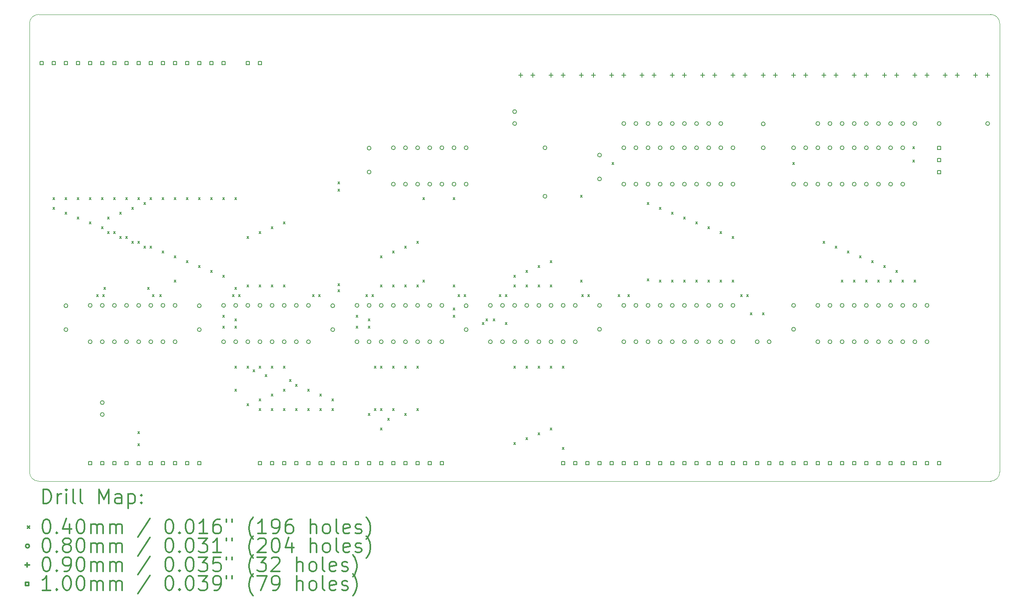
<source format=gbr>
%FSLAX45Y45*%
G04 Gerber Fmt 4.5, Leading zero omitted, Abs format (unit mm)*
G04 Created by KiCad (PCBNEW (5.1.5)-3) date 2022-12-08 22:12:46*
%MOMM*%
%LPD*%
G04 APERTURE LIST*
%TA.AperFunction,Profile*%
%ADD10C,0.050000*%
%TD*%
%ADD11C,0.200000*%
%ADD12C,0.300000*%
G04 APERTURE END LIST*
D10*
X25400000Y-14668500D02*
G75*
G02X25209500Y-14859000I-190500J0D01*
G01*
X5270500Y-14859000D02*
G75*
G02X5080000Y-14668500I0J190500D01*
G01*
X5080000Y-5270500D02*
G75*
G02X5270500Y-5080000I190500J0D01*
G01*
X25209500Y-5080000D02*
G75*
G02X25400000Y-5270500I0J-190500D01*
G01*
X5080000Y-14668500D02*
X5080000Y-5270500D01*
X25209500Y-14859000D02*
X5270500Y-14859000D01*
X25400000Y-5270500D02*
X25400000Y-14668500D01*
X5270500Y-5080000D02*
X25209500Y-5080000D01*
D11*
X5568000Y-9124000D02*
X5608000Y-9164000D01*
X5608000Y-9124000D02*
X5568000Y-9164000D01*
X5568001Y-8920800D02*
X5608001Y-8960800D01*
X5608001Y-8920800D02*
X5568001Y-8960800D01*
X5821998Y-9225600D02*
X5861998Y-9265600D01*
X5861998Y-9225600D02*
X5821998Y-9265600D01*
X5822000Y-8920799D02*
X5862000Y-8960799D01*
X5862000Y-8920799D02*
X5822000Y-8960799D01*
X6076000Y-8920800D02*
X6116000Y-8960800D01*
X6116000Y-8920800D02*
X6076000Y-8960800D01*
X6076000Y-9327199D02*
X6116000Y-9367199D01*
X6116000Y-9327199D02*
X6076000Y-9367199D01*
X6330000Y-9428800D02*
X6370000Y-9468800D01*
X6370000Y-9428800D02*
X6330000Y-9468800D01*
X6330001Y-8920800D02*
X6370001Y-8960800D01*
X6370001Y-8920800D02*
X6330001Y-8960800D01*
X6482400Y-10952800D02*
X6522400Y-10992800D01*
X6522400Y-10952800D02*
X6482400Y-10992800D01*
X6583999Y-9530400D02*
X6623999Y-9570400D01*
X6623999Y-9530400D02*
X6583999Y-9570400D01*
X6584000Y-8920800D02*
X6624000Y-8960800D01*
X6624000Y-8920800D02*
X6584000Y-8960800D01*
X6609400Y-10952800D02*
X6649400Y-10992800D01*
X6649400Y-10952800D02*
X6609400Y-10992800D01*
X6634800Y-10800400D02*
X6674800Y-10840400D01*
X6674800Y-10800400D02*
X6634800Y-10840400D01*
X6711000Y-9327200D02*
X6751000Y-9367200D01*
X6751000Y-9327200D02*
X6711000Y-9367200D01*
X6711000Y-9632000D02*
X6751000Y-9672000D01*
X6751000Y-9632000D02*
X6711000Y-9672000D01*
X6837999Y-8920800D02*
X6877999Y-8960800D01*
X6877999Y-8920800D02*
X6837999Y-8960800D01*
X6838000Y-9632000D02*
X6878000Y-9672000D01*
X6878000Y-9632000D02*
X6838000Y-9672000D01*
X6965000Y-9225600D02*
X7005000Y-9265600D01*
X7005000Y-9225600D02*
X6965000Y-9265600D01*
X6965000Y-9733600D02*
X7005000Y-9773600D01*
X7005000Y-9733600D02*
X6965000Y-9773600D01*
X7092000Y-9733600D02*
X7132000Y-9773600D01*
X7132000Y-9733600D02*
X7092000Y-9773600D01*
X7092001Y-8920800D02*
X7132001Y-8960800D01*
X7132001Y-8920800D02*
X7092001Y-8960800D01*
X7219000Y-9124000D02*
X7259000Y-9164000D01*
X7259000Y-9124000D02*
X7219000Y-9164000D01*
X7219000Y-9835199D02*
X7259000Y-9875199D01*
X7259000Y-9835199D02*
X7219000Y-9875199D01*
X7346000Y-9835200D02*
X7386000Y-9875200D01*
X7386000Y-9835200D02*
X7346000Y-9875200D01*
X7346000Y-13823000D02*
X7386000Y-13863000D01*
X7386000Y-13823000D02*
X7346000Y-13863000D01*
X7346000Y-14077000D02*
X7386000Y-14117000D01*
X7386000Y-14077000D02*
X7346000Y-14117000D01*
X7346000Y-8920800D02*
X7386000Y-8960800D01*
X7386000Y-8920800D02*
X7346000Y-8960800D01*
X7473000Y-9022402D02*
X7513000Y-9062402D01*
X7513000Y-9022402D02*
X7473000Y-9062402D01*
X7473000Y-9936800D02*
X7513000Y-9976800D01*
X7513000Y-9936800D02*
X7473000Y-9976800D01*
X7549200Y-10800400D02*
X7589200Y-10840400D01*
X7589200Y-10800400D02*
X7549200Y-10840400D01*
X7600000Y-8920800D02*
X7640000Y-8960800D01*
X7640000Y-8920800D02*
X7600000Y-8960800D01*
X7600000Y-9936800D02*
X7640000Y-9976800D01*
X7640000Y-9936800D02*
X7600000Y-9976800D01*
X7650798Y-10952800D02*
X7690798Y-10992800D01*
X7690798Y-10952800D02*
X7650798Y-10992800D01*
X7803200Y-10952800D02*
X7843200Y-10992800D01*
X7843200Y-10952800D02*
X7803200Y-10992800D01*
X7854000Y-8920800D02*
X7894000Y-8960800D01*
X7894000Y-8920800D02*
X7854000Y-8960800D01*
X7854000Y-10038399D02*
X7894000Y-10078399D01*
X7894000Y-10038399D02*
X7854000Y-10078399D01*
X8108000Y-8920799D02*
X8148000Y-8960799D01*
X8148000Y-8920799D02*
X8108000Y-8960799D01*
X8108000Y-10140000D02*
X8148000Y-10180000D01*
X8148000Y-10140000D02*
X8108000Y-10180000D01*
X8108000Y-10648000D02*
X8148000Y-10688000D01*
X8148000Y-10648000D02*
X8108000Y-10688000D01*
X8362000Y-8920800D02*
X8402000Y-8960800D01*
X8402000Y-8920800D02*
X8362000Y-8960800D01*
X8362000Y-10241600D02*
X8402000Y-10281600D01*
X8402000Y-10241600D02*
X8362000Y-10281600D01*
X8616000Y-8920800D02*
X8656000Y-8960800D01*
X8656000Y-8920800D02*
X8616000Y-8960800D01*
X8616000Y-10343200D02*
X8656000Y-10383200D01*
X8656000Y-10343200D02*
X8616000Y-10383200D01*
X8870000Y-8920800D02*
X8910000Y-8960800D01*
X8910000Y-8920800D02*
X8870000Y-8960800D01*
X8870000Y-10444800D02*
X8910000Y-10484800D01*
X8910000Y-10444800D02*
X8870000Y-10484800D01*
X9124000Y-8920800D02*
X9164000Y-8960800D01*
X9164000Y-8920800D02*
X9124000Y-8960800D01*
X9124000Y-10546400D02*
X9164000Y-10586400D01*
X9164000Y-10546400D02*
X9124000Y-10586400D01*
X9124000Y-11384600D02*
X9164000Y-11424600D01*
X9164000Y-11384600D02*
X9124000Y-11424600D01*
X9124000Y-11613200D02*
X9164000Y-11653200D01*
X9164000Y-11613200D02*
X9124000Y-11653200D01*
X9327200Y-10952800D02*
X9367200Y-10992800D01*
X9367200Y-10952800D02*
X9327200Y-10992800D01*
X9378000Y-8920800D02*
X9418000Y-8960800D01*
X9418000Y-8920800D02*
X9378000Y-8960800D01*
X9378000Y-10800400D02*
X9418000Y-10840400D01*
X9418000Y-10800400D02*
X9378000Y-10840400D01*
X9378000Y-11460800D02*
X9418000Y-11500800D01*
X9418000Y-11460800D02*
X9378000Y-11500800D01*
X9378000Y-11613200D02*
X9418000Y-11653200D01*
X9418000Y-11613200D02*
X9378000Y-11653200D01*
X9378000Y-12451400D02*
X9418000Y-12491400D01*
X9418000Y-12451400D02*
X9378000Y-12491400D01*
X9378000Y-12934000D02*
X9418000Y-12974000D01*
X9418000Y-12934000D02*
X9378000Y-12974000D01*
X9454197Y-10952800D02*
X9494197Y-10992800D01*
X9494197Y-10952800D02*
X9454197Y-10992800D01*
X9631999Y-10749600D02*
X9671999Y-10789600D01*
X9671999Y-10749600D02*
X9631999Y-10789600D01*
X9632000Y-9733600D02*
X9672000Y-9773600D01*
X9672000Y-9733600D02*
X9632000Y-9773600D01*
X9632000Y-12451400D02*
X9672000Y-12491400D01*
X9672000Y-12451400D02*
X9632000Y-12491400D01*
X9632000Y-13238800D02*
X9672000Y-13278800D01*
X9672000Y-13238800D02*
X9632000Y-13278800D01*
X9759000Y-12527600D02*
X9799000Y-12567600D01*
X9799000Y-12527600D02*
X9759000Y-12567600D01*
X9886000Y-9632000D02*
X9926000Y-9672000D01*
X9926000Y-9632000D02*
X9886000Y-9672000D01*
X9886000Y-12451400D02*
X9926000Y-12491400D01*
X9926000Y-12451400D02*
X9886000Y-12491400D01*
X9886000Y-13137200D02*
X9926000Y-13177200D01*
X9926000Y-13137200D02*
X9886000Y-13177200D01*
X9886000Y-13340400D02*
X9926000Y-13380400D01*
X9926000Y-13340400D02*
X9886000Y-13380400D01*
X9886002Y-10749600D02*
X9926002Y-10789600D01*
X9926002Y-10749600D02*
X9886002Y-10789600D01*
X10013000Y-12629200D02*
X10053000Y-12669200D01*
X10053000Y-12629200D02*
X10013000Y-12669200D01*
X10140000Y-9530400D02*
X10180000Y-9570400D01*
X10180000Y-9530400D02*
X10140000Y-9570400D01*
X10140000Y-12451400D02*
X10180000Y-12491400D01*
X10180000Y-12451400D02*
X10140000Y-12491400D01*
X10140000Y-13035600D02*
X10180000Y-13075600D01*
X10180000Y-13035600D02*
X10140000Y-13075600D01*
X10140000Y-13340400D02*
X10180000Y-13380400D01*
X10180000Y-13340400D02*
X10140000Y-13380400D01*
X10140001Y-10749600D02*
X10180001Y-10789600D01*
X10180001Y-10749600D02*
X10140001Y-10789600D01*
X10394000Y-9428800D02*
X10434000Y-9468800D01*
X10434000Y-9428800D02*
X10394000Y-9468800D01*
X10394000Y-12451400D02*
X10434000Y-12491400D01*
X10434000Y-12451400D02*
X10394000Y-12491400D01*
X10394000Y-12934000D02*
X10434000Y-12974000D01*
X10434000Y-12934000D02*
X10394000Y-12974000D01*
X10394000Y-13340400D02*
X10434000Y-13380400D01*
X10434000Y-13340400D02*
X10394000Y-13380400D01*
X10394000Y-10749600D02*
X10434000Y-10789600D01*
X10434000Y-10749600D02*
X10394000Y-10789600D01*
X10521000Y-12730800D02*
X10561000Y-12770800D01*
X10561000Y-12730800D02*
X10521000Y-12770800D01*
X10648000Y-12832401D02*
X10688000Y-12872401D01*
X10688000Y-12832401D02*
X10648000Y-12872401D01*
X10648000Y-13340400D02*
X10688000Y-13380400D01*
X10688000Y-13340400D02*
X10648000Y-13380400D01*
X10902000Y-12934000D02*
X10942000Y-12974000D01*
X10942000Y-12934000D02*
X10902000Y-12974000D01*
X10902000Y-13340400D02*
X10942000Y-13380400D01*
X10942000Y-13340400D02*
X10902000Y-13380400D01*
X11003600Y-10952800D02*
X11043600Y-10992800D01*
X11043600Y-10952800D02*
X11003600Y-10992800D01*
X11130600Y-10952800D02*
X11170600Y-10992800D01*
X11170600Y-10952800D02*
X11130600Y-10992800D01*
X11156000Y-13035599D02*
X11196000Y-13075599D01*
X11196000Y-13035599D02*
X11156000Y-13075599D01*
X11156000Y-13340400D02*
X11196000Y-13380400D01*
X11196000Y-13340400D02*
X11156000Y-13380400D01*
X11410000Y-13137200D02*
X11450000Y-13177200D01*
X11450000Y-13137200D02*
X11410000Y-13177200D01*
X11410000Y-13340400D02*
X11450000Y-13380400D01*
X11450000Y-13340400D02*
X11410000Y-13380400D01*
X11536999Y-8743000D02*
X11576999Y-8783000D01*
X11576999Y-8743000D02*
X11536999Y-8783000D01*
X11537000Y-8590600D02*
X11577000Y-8630600D01*
X11577000Y-8590600D02*
X11537000Y-8630600D01*
X11537000Y-10724200D02*
X11577000Y-10764200D01*
X11577000Y-10724200D02*
X11537000Y-10764200D01*
X11537000Y-10851200D02*
X11577000Y-10891200D01*
X11577000Y-10851200D02*
X11537000Y-10891200D01*
X11918000Y-11384600D02*
X11958000Y-11424600D01*
X11958000Y-11384600D02*
X11918000Y-11424600D01*
X11918000Y-11613200D02*
X11958000Y-11653200D01*
X11958000Y-11613200D02*
X11918000Y-11653200D01*
X12121200Y-10952800D02*
X12161200Y-10992800D01*
X12161200Y-10952800D02*
X12121200Y-10992800D01*
X12172000Y-11460800D02*
X12212000Y-11500800D01*
X12212000Y-11460800D02*
X12172000Y-11500800D01*
X12172000Y-11613200D02*
X12212000Y-11653200D01*
X12212000Y-11613200D02*
X12172000Y-11653200D01*
X12172000Y-13442000D02*
X12212000Y-13482000D01*
X12212000Y-13442000D02*
X12172000Y-13482000D01*
X12248200Y-10952800D02*
X12288200Y-10992800D01*
X12288200Y-10952800D02*
X12248200Y-10992800D01*
X12298992Y-13340400D02*
X12338992Y-13380400D01*
X12338992Y-13340400D02*
X12298992Y-13380400D01*
X12299000Y-12451400D02*
X12339000Y-12491400D01*
X12339000Y-12451400D02*
X12299000Y-12491400D01*
X12425999Y-10749600D02*
X12465999Y-10789600D01*
X12465999Y-10749600D02*
X12425999Y-10789600D01*
X12426000Y-10140000D02*
X12466000Y-10180000D01*
X12466000Y-10140000D02*
X12426000Y-10180000D01*
X12426000Y-12451400D02*
X12466000Y-12491400D01*
X12466000Y-12451400D02*
X12426000Y-12491400D01*
X12426000Y-13340400D02*
X12466000Y-13380400D01*
X12466000Y-13340400D02*
X12426000Y-13380400D01*
X12426000Y-13746800D02*
X12466000Y-13786800D01*
X12466000Y-13746800D02*
X12426000Y-13786800D01*
X12578400Y-13543599D02*
X12618400Y-13583599D01*
X12618400Y-13543599D02*
X12578400Y-13583599D01*
X12679999Y-10749600D02*
X12719999Y-10789600D01*
X12719999Y-10749600D02*
X12679999Y-10789600D01*
X12680000Y-10038400D02*
X12720000Y-10078400D01*
X12720000Y-10038400D02*
X12680000Y-10078400D01*
X12680000Y-12451400D02*
X12720000Y-12491400D01*
X12720000Y-12451400D02*
X12680000Y-12491400D01*
X12680000Y-13340400D02*
X12720000Y-13380400D01*
X12720000Y-13340400D02*
X12680000Y-13380400D01*
X12933999Y-10749600D02*
X12973999Y-10789600D01*
X12973999Y-10749600D02*
X12933999Y-10789600D01*
X12934000Y-9936800D02*
X12974000Y-9976800D01*
X12974000Y-9936800D02*
X12934000Y-9976800D01*
X12934000Y-12451400D02*
X12974000Y-12491400D01*
X12974000Y-12451400D02*
X12934000Y-12491400D01*
X12934000Y-13442000D02*
X12974000Y-13482000D01*
X12974000Y-13442000D02*
X12934000Y-13482000D01*
X13188000Y-9835200D02*
X13228000Y-9875200D01*
X13228000Y-9835200D02*
X13188000Y-9875200D01*
X13188000Y-12451400D02*
X13228000Y-12491400D01*
X13228000Y-12451400D02*
X13188000Y-12491400D01*
X13188000Y-13340400D02*
X13228000Y-13380400D01*
X13228000Y-13340400D02*
X13188000Y-13380400D01*
X13188000Y-10749600D02*
X13228000Y-10789600D01*
X13228000Y-10749600D02*
X13188000Y-10789600D01*
X13314998Y-10648002D02*
X13354998Y-10688002D01*
X13354998Y-10648002D02*
X13314998Y-10688002D01*
X13315000Y-8920800D02*
X13355000Y-8960800D01*
X13355000Y-8920800D02*
X13315000Y-8960800D01*
X13950000Y-8920800D02*
X13990000Y-8960800D01*
X13990000Y-8920800D02*
X13950000Y-8960800D01*
X13950000Y-10749600D02*
X13990000Y-10789600D01*
X13990000Y-10749600D02*
X13950000Y-10789600D01*
X13950000Y-11232200D02*
X13990000Y-11272200D01*
X13990000Y-11232200D02*
X13950000Y-11272200D01*
X13950000Y-11384600D02*
X13990000Y-11424600D01*
X13990000Y-11384600D02*
X13950000Y-11424600D01*
X14051600Y-10952800D02*
X14091600Y-10992800D01*
X14091600Y-10952800D02*
X14051600Y-10992800D01*
X14178600Y-10952800D02*
X14218600Y-10992800D01*
X14218600Y-10952800D02*
X14178600Y-10992800D01*
X14559600Y-11537000D02*
X14599600Y-11577000D01*
X14599600Y-11537000D02*
X14559600Y-11577000D01*
X14635800Y-11460800D02*
X14675800Y-11500800D01*
X14675800Y-11460800D02*
X14635800Y-11500800D01*
X14788200Y-11460800D02*
X14828200Y-11500800D01*
X14828200Y-11460800D02*
X14788200Y-11500800D01*
X14915202Y-10952800D02*
X14955202Y-10992800D01*
X14955202Y-10952800D02*
X14915202Y-10992800D01*
X15042200Y-10952800D02*
X15082200Y-10992800D01*
X15082200Y-10952800D02*
X15042200Y-10992800D01*
X15042200Y-11537000D02*
X15082200Y-11577000D01*
X15082200Y-11537000D02*
X15042200Y-11577000D01*
X15219999Y-10546401D02*
X15259999Y-10586401D01*
X15259999Y-10546401D02*
X15219999Y-10586401D01*
X15220000Y-12451400D02*
X15260000Y-12491400D01*
X15260000Y-12451400D02*
X15220000Y-12491400D01*
X15220000Y-14051600D02*
X15260000Y-14091600D01*
X15260000Y-14051600D02*
X15220000Y-14091600D01*
X15220002Y-10749600D02*
X15260002Y-10789600D01*
X15260002Y-10749600D02*
X15220002Y-10789600D01*
X15473997Y-10749600D02*
X15513997Y-10789600D01*
X15513997Y-10749600D02*
X15473997Y-10789600D01*
X15474000Y-10444800D02*
X15514000Y-10484800D01*
X15514000Y-10444800D02*
X15474000Y-10484800D01*
X15474000Y-12451400D02*
X15514000Y-12491400D01*
X15514000Y-12451400D02*
X15474000Y-12491400D01*
X15474000Y-13950000D02*
X15514000Y-13990000D01*
X15514000Y-13950000D02*
X15474000Y-13990000D01*
X15728000Y-12451400D02*
X15768000Y-12491400D01*
X15768000Y-12451400D02*
X15728000Y-12491400D01*
X15728000Y-13848400D02*
X15768000Y-13888400D01*
X15768000Y-13848400D02*
X15728000Y-13888400D01*
X15728001Y-10343200D02*
X15768001Y-10383200D01*
X15768001Y-10343200D02*
X15728001Y-10383200D01*
X15728001Y-10749600D02*
X15768001Y-10789600D01*
X15768001Y-10749600D02*
X15728001Y-10789600D01*
X15981999Y-10749600D02*
X16021999Y-10789600D01*
X16021999Y-10749600D02*
X15981999Y-10789600D01*
X15981999Y-13746800D02*
X16021999Y-13786800D01*
X16021999Y-13746800D02*
X15981999Y-13786800D01*
X15982000Y-10241600D02*
X16022000Y-10281600D01*
X16022000Y-10241600D02*
X15982000Y-10281600D01*
X15982000Y-12451400D02*
X16022000Y-12491400D01*
X16022000Y-12451400D02*
X15982000Y-12491400D01*
X16236000Y-12451400D02*
X16276000Y-12491400D01*
X16276000Y-12451400D02*
X16236000Y-12491400D01*
X16236000Y-14153200D02*
X16276000Y-14193200D01*
X16276000Y-14153200D02*
X16236000Y-14193200D01*
X16617000Y-8870000D02*
X16657000Y-8910000D01*
X16657000Y-8870000D02*
X16617000Y-8910000D01*
X16617000Y-10648000D02*
X16657000Y-10688000D01*
X16657000Y-10648000D02*
X16617000Y-10688000D01*
X16642399Y-10952800D02*
X16682399Y-10992800D01*
X16682399Y-10952800D02*
X16642399Y-10992800D01*
X16769400Y-10952800D02*
X16809400Y-10992800D01*
X16809400Y-10952800D02*
X16769400Y-10992800D01*
X17277401Y-8184199D02*
X17317401Y-8224199D01*
X17317401Y-8184199D02*
X17277401Y-8224199D01*
X17404400Y-10952800D02*
X17444400Y-10992800D01*
X17444400Y-10952800D02*
X17404400Y-10992800D01*
X17607597Y-10952800D02*
X17647597Y-10992800D01*
X17647597Y-10952800D02*
X17607597Y-10992800D01*
X18014000Y-10622600D02*
X18054000Y-10662600D01*
X18054000Y-10622600D02*
X18014000Y-10662600D01*
X18014001Y-9022400D02*
X18054001Y-9062400D01*
X18054001Y-9022400D02*
X18014001Y-9062400D01*
X18267999Y-10648000D02*
X18307999Y-10688000D01*
X18307999Y-10648000D02*
X18267999Y-10688000D01*
X18268000Y-9124000D02*
X18308000Y-9164000D01*
X18308000Y-9124000D02*
X18268000Y-9164000D01*
X18522000Y-9225600D02*
X18562000Y-9265600D01*
X18562000Y-9225600D02*
X18522000Y-9265600D01*
X18522000Y-10648000D02*
X18562000Y-10688000D01*
X18562000Y-10648000D02*
X18522000Y-10688000D01*
X18776000Y-9327201D02*
X18816000Y-9367201D01*
X18816000Y-9327201D02*
X18776000Y-9367201D01*
X18776001Y-10648000D02*
X18816001Y-10688000D01*
X18816001Y-10648000D02*
X18776001Y-10688000D01*
X19030000Y-9428799D02*
X19070000Y-9468799D01*
X19070000Y-9428799D02*
X19030000Y-9468799D01*
X19030000Y-10648000D02*
X19070000Y-10688000D01*
X19070000Y-10648000D02*
X19030000Y-10688000D01*
X19284000Y-10648000D02*
X19324000Y-10688000D01*
X19324000Y-10648000D02*
X19284000Y-10688000D01*
X19284000Y-9530400D02*
X19324000Y-9570400D01*
X19324000Y-9530400D02*
X19284000Y-9570400D01*
X19538000Y-9632000D02*
X19578000Y-9672000D01*
X19578000Y-9632000D02*
X19538000Y-9672000D01*
X19538000Y-10648000D02*
X19578000Y-10688000D01*
X19578000Y-10648000D02*
X19538000Y-10688000D01*
X19792000Y-9733600D02*
X19832000Y-9773600D01*
X19832000Y-9733600D02*
X19792000Y-9773600D01*
X19792000Y-10648000D02*
X19832000Y-10688000D01*
X19832000Y-10648000D02*
X19792000Y-10688000D01*
X19969800Y-10952799D02*
X20009800Y-10992799D01*
X20009800Y-10952799D02*
X19969800Y-10992799D01*
X20096800Y-10952800D02*
X20136800Y-10992800D01*
X20136800Y-10952800D02*
X20096800Y-10992800D01*
X20173000Y-11333800D02*
X20213000Y-11373800D01*
X20213000Y-11333800D02*
X20173000Y-11373800D01*
X20427000Y-11333800D02*
X20467000Y-11373800D01*
X20467000Y-11333800D02*
X20427000Y-11373800D01*
X21062000Y-8184200D02*
X21102000Y-8224200D01*
X21102000Y-8184200D02*
X21062000Y-8224200D01*
X21697001Y-9835200D02*
X21737001Y-9875200D01*
X21737001Y-9835200D02*
X21697001Y-9875200D01*
X21951000Y-9936800D02*
X21991000Y-9976800D01*
X21991000Y-9936800D02*
X21951000Y-9976800D01*
X22078000Y-10648000D02*
X22118000Y-10688000D01*
X22118000Y-10648000D02*
X22078000Y-10688000D01*
X22205000Y-10038400D02*
X22245000Y-10078400D01*
X22245000Y-10038400D02*
X22205000Y-10078400D01*
X22332000Y-10648000D02*
X22372000Y-10688000D01*
X22372000Y-10648000D02*
X22332000Y-10688000D01*
X22459000Y-10140000D02*
X22499000Y-10180000D01*
X22499000Y-10140000D02*
X22459000Y-10180000D01*
X22586000Y-10648000D02*
X22626000Y-10688000D01*
X22626000Y-10648000D02*
X22586000Y-10688000D01*
X22713000Y-10241598D02*
X22753000Y-10281598D01*
X22753000Y-10241598D02*
X22713000Y-10281598D01*
X22840000Y-10648000D02*
X22880000Y-10688000D01*
X22880000Y-10648000D02*
X22840000Y-10688000D01*
X22967000Y-10343199D02*
X23007000Y-10383199D01*
X23007000Y-10343199D02*
X22967000Y-10383199D01*
X23094000Y-10648000D02*
X23134000Y-10688000D01*
X23134000Y-10648000D02*
X23094000Y-10688000D01*
X23221000Y-10444800D02*
X23261000Y-10484800D01*
X23261000Y-10444800D02*
X23221000Y-10484800D01*
X23348000Y-10648000D02*
X23388000Y-10688000D01*
X23388000Y-10648000D02*
X23348000Y-10688000D01*
X23576600Y-7854000D02*
X23616600Y-7894000D01*
X23616600Y-7854000D02*
X23576600Y-7894000D01*
X23576600Y-8133400D02*
X23616600Y-8173400D01*
X23616600Y-8133400D02*
X23576600Y-8173400D01*
X23602000Y-10648000D02*
X23642000Y-10688000D01*
X23642000Y-10648000D02*
X23602000Y-10688000D01*
X17566000Y-11176000D02*
G75*
G03X17566000Y-11176000I-40000J0D01*
G01*
X17566000Y-11938000D02*
G75*
G03X17566000Y-11938000I-40000J0D01*
G01*
X17820000Y-11176000D02*
G75*
G03X17820000Y-11176000I-40000J0D01*
G01*
X17820000Y-11938000D02*
G75*
G03X17820000Y-11938000I-40000J0D01*
G01*
X18074000Y-11176000D02*
G75*
G03X18074000Y-11176000I-40000J0D01*
G01*
X18074000Y-11938000D02*
G75*
G03X18074000Y-11938000I-40000J0D01*
G01*
X18328000Y-11176000D02*
G75*
G03X18328000Y-11176000I-40000J0D01*
G01*
X18328000Y-11938000D02*
G75*
G03X18328000Y-11938000I-40000J0D01*
G01*
X18582000Y-11176000D02*
G75*
G03X18582000Y-11176000I-40000J0D01*
G01*
X18582000Y-11938000D02*
G75*
G03X18582000Y-11938000I-40000J0D01*
G01*
X18836000Y-11176000D02*
G75*
G03X18836000Y-11176000I-40000J0D01*
G01*
X18836000Y-11938000D02*
G75*
G03X18836000Y-11938000I-40000J0D01*
G01*
X19090000Y-11176000D02*
G75*
G03X19090000Y-11176000I-40000J0D01*
G01*
X19090000Y-11938000D02*
G75*
G03X19090000Y-11938000I-40000J0D01*
G01*
X19344000Y-11176000D02*
G75*
G03X19344000Y-11176000I-40000J0D01*
G01*
X19344000Y-11938000D02*
G75*
G03X19344000Y-11938000I-40000J0D01*
G01*
X19598000Y-11176000D02*
G75*
G03X19598000Y-11176000I-40000J0D01*
G01*
X19598000Y-11938000D02*
G75*
G03X19598000Y-11938000I-40000J0D01*
G01*
X19852000Y-11176000D02*
G75*
G03X19852000Y-11176000I-40000J0D01*
G01*
X19852000Y-11938000D02*
G75*
G03X19852000Y-11938000I-40000J0D01*
G01*
X9184000Y-11176000D02*
G75*
G03X9184000Y-11176000I-40000J0D01*
G01*
X9184000Y-11938000D02*
G75*
G03X9184000Y-11938000I-40000J0D01*
G01*
X9438000Y-11176000D02*
G75*
G03X9438000Y-11176000I-40000J0D01*
G01*
X9438000Y-11938000D02*
G75*
G03X9438000Y-11938000I-40000J0D01*
G01*
X9692000Y-11176000D02*
G75*
G03X9692000Y-11176000I-40000J0D01*
G01*
X9692000Y-11938000D02*
G75*
G03X9692000Y-11938000I-40000J0D01*
G01*
X9946000Y-11176000D02*
G75*
G03X9946000Y-11176000I-40000J0D01*
G01*
X9946000Y-11938000D02*
G75*
G03X9946000Y-11938000I-40000J0D01*
G01*
X10200000Y-11176000D02*
G75*
G03X10200000Y-11176000I-40000J0D01*
G01*
X10200000Y-11938000D02*
G75*
G03X10200000Y-11938000I-40000J0D01*
G01*
X10454000Y-11176000D02*
G75*
G03X10454000Y-11176000I-40000J0D01*
G01*
X10454000Y-11938000D02*
G75*
G03X10454000Y-11938000I-40000J0D01*
G01*
X10708000Y-11176000D02*
G75*
G03X10708000Y-11176000I-40000J0D01*
G01*
X10708000Y-11938000D02*
G75*
G03X10708000Y-11938000I-40000J0D01*
G01*
X10962000Y-11176000D02*
G75*
G03X10962000Y-11176000I-40000J0D01*
G01*
X10962000Y-11938000D02*
G75*
G03X10962000Y-11938000I-40000J0D01*
G01*
X17058000Y-8026400D02*
G75*
G03X17058000Y-8026400I-40000J0D01*
G01*
X17058000Y-8526400D02*
G75*
G03X17058000Y-8526400I-40000J0D01*
G01*
X11470000Y-11184000D02*
G75*
G03X11470000Y-11184000I-40000J0D01*
G01*
X11470000Y-11684000D02*
G75*
G03X11470000Y-11684000I-40000J0D01*
G01*
X21122000Y-11176000D02*
G75*
G03X21122000Y-11176000I-40000J0D01*
G01*
X21122000Y-11676000D02*
G75*
G03X21122000Y-11676000I-40000J0D01*
G01*
X17058000Y-11176000D02*
G75*
G03X17058000Y-11176000I-40000J0D01*
G01*
X17058000Y-11676000D02*
G75*
G03X17058000Y-11676000I-40000J0D01*
G01*
X6390000Y-11176000D02*
G75*
G03X6390000Y-11176000I-40000J0D01*
G01*
X6390000Y-11938000D02*
G75*
G03X6390000Y-11938000I-40000J0D01*
G01*
X6644000Y-11176000D02*
G75*
G03X6644000Y-11176000I-40000J0D01*
G01*
X6644000Y-11938000D02*
G75*
G03X6644000Y-11938000I-40000J0D01*
G01*
X6898000Y-11176000D02*
G75*
G03X6898000Y-11176000I-40000J0D01*
G01*
X6898000Y-11938000D02*
G75*
G03X6898000Y-11938000I-40000J0D01*
G01*
X7152000Y-11176000D02*
G75*
G03X7152000Y-11176000I-40000J0D01*
G01*
X7152000Y-11938000D02*
G75*
G03X7152000Y-11938000I-40000J0D01*
G01*
X7406000Y-11176000D02*
G75*
G03X7406000Y-11176000I-40000J0D01*
G01*
X7406000Y-11938000D02*
G75*
G03X7406000Y-11938000I-40000J0D01*
G01*
X7660000Y-11176000D02*
G75*
G03X7660000Y-11176000I-40000J0D01*
G01*
X7660000Y-11938000D02*
G75*
G03X7660000Y-11938000I-40000J0D01*
G01*
X7914000Y-11176000D02*
G75*
G03X7914000Y-11176000I-40000J0D01*
G01*
X7914000Y-11938000D02*
G75*
G03X7914000Y-11938000I-40000J0D01*
G01*
X8168000Y-11176000D02*
G75*
G03X8168000Y-11176000I-40000J0D01*
G01*
X8168000Y-11938000D02*
G75*
G03X8168000Y-11938000I-40000J0D01*
G01*
X12232000Y-7882000D02*
G75*
G03X12232000Y-7882000I-40000J0D01*
G01*
X12232000Y-8382000D02*
G75*
G03X12232000Y-8382000I-40000J0D01*
G01*
X24170000Y-7366000D02*
G75*
G03X24170000Y-7366000I-40000J0D01*
G01*
X25186000Y-7366000D02*
G75*
G03X25186000Y-7366000I-40000J0D01*
G01*
X5882000Y-11184000D02*
G75*
G03X5882000Y-11184000I-40000J0D01*
G01*
X5882000Y-11684000D02*
G75*
G03X5882000Y-11684000I-40000J0D01*
G01*
X17566000Y-7874000D02*
G75*
G03X17566000Y-7874000I-40000J0D01*
G01*
X17566000Y-8636000D02*
G75*
G03X17566000Y-8636000I-40000J0D01*
G01*
X17820000Y-7874000D02*
G75*
G03X17820000Y-7874000I-40000J0D01*
G01*
X17820000Y-8636000D02*
G75*
G03X17820000Y-8636000I-40000J0D01*
G01*
X18074000Y-7874000D02*
G75*
G03X18074000Y-7874000I-40000J0D01*
G01*
X18074000Y-8636000D02*
G75*
G03X18074000Y-8636000I-40000J0D01*
G01*
X18328000Y-7874000D02*
G75*
G03X18328000Y-7874000I-40000J0D01*
G01*
X18328000Y-8636000D02*
G75*
G03X18328000Y-8636000I-40000J0D01*
G01*
X18582000Y-7874000D02*
G75*
G03X18582000Y-7874000I-40000J0D01*
G01*
X18582000Y-8636000D02*
G75*
G03X18582000Y-8636000I-40000J0D01*
G01*
X18836000Y-7874000D02*
G75*
G03X18836000Y-7874000I-40000J0D01*
G01*
X18836000Y-8636000D02*
G75*
G03X18836000Y-8636000I-40000J0D01*
G01*
X19090000Y-7874000D02*
G75*
G03X19090000Y-7874000I-40000J0D01*
G01*
X19090000Y-8636000D02*
G75*
G03X19090000Y-8636000I-40000J0D01*
G01*
X19344000Y-7874000D02*
G75*
G03X19344000Y-7874000I-40000J0D01*
G01*
X19344000Y-8636000D02*
G75*
G03X19344000Y-8636000I-40000J0D01*
G01*
X19598000Y-7874000D02*
G75*
G03X19598000Y-7874000I-40000J0D01*
G01*
X19598000Y-8636000D02*
G75*
G03X19598000Y-8636000I-40000J0D01*
G01*
X19852000Y-7874000D02*
G75*
G03X19852000Y-7874000I-40000J0D01*
G01*
X19852000Y-8636000D02*
G75*
G03X19852000Y-8636000I-40000J0D01*
G01*
X15280000Y-7116000D02*
G75*
G03X15280000Y-7116000I-40000J0D01*
G01*
X15280000Y-7366000D02*
G75*
G03X15280000Y-7366000I-40000J0D01*
G01*
X8676000Y-11184000D02*
G75*
G03X8676000Y-11184000I-40000J0D01*
G01*
X8676000Y-11684000D02*
G75*
G03X8676000Y-11684000I-40000J0D01*
G01*
X6644000Y-13212000D02*
G75*
G03X6644000Y-13212000I-40000J0D01*
G01*
X6644000Y-13462000D02*
G75*
G03X6644000Y-13462000I-40000J0D01*
G01*
X21122000Y-7874000D02*
G75*
G03X21122000Y-7874000I-40000J0D01*
G01*
X21122000Y-8636000D02*
G75*
G03X21122000Y-8636000I-40000J0D01*
G01*
X21376000Y-7874000D02*
G75*
G03X21376000Y-7874000I-40000J0D01*
G01*
X21376000Y-8636000D02*
G75*
G03X21376000Y-8636000I-40000J0D01*
G01*
X21630000Y-7874000D02*
G75*
G03X21630000Y-7874000I-40000J0D01*
G01*
X21630000Y-8636000D02*
G75*
G03X21630000Y-8636000I-40000J0D01*
G01*
X21884000Y-7874000D02*
G75*
G03X21884000Y-7874000I-40000J0D01*
G01*
X21884000Y-8636000D02*
G75*
G03X21884000Y-8636000I-40000J0D01*
G01*
X22138000Y-7874000D02*
G75*
G03X22138000Y-7874000I-40000J0D01*
G01*
X22138000Y-8636000D02*
G75*
G03X22138000Y-8636000I-40000J0D01*
G01*
X22392000Y-7874000D02*
G75*
G03X22392000Y-7874000I-40000J0D01*
G01*
X22392000Y-8636000D02*
G75*
G03X22392000Y-8636000I-40000J0D01*
G01*
X22646000Y-7874000D02*
G75*
G03X22646000Y-7874000I-40000J0D01*
G01*
X22646000Y-8636000D02*
G75*
G03X22646000Y-8636000I-40000J0D01*
G01*
X22900000Y-7874000D02*
G75*
G03X22900000Y-7874000I-40000J0D01*
G01*
X22900000Y-8636000D02*
G75*
G03X22900000Y-8636000I-40000J0D01*
G01*
X23154000Y-7874000D02*
G75*
G03X23154000Y-7874000I-40000J0D01*
G01*
X23154000Y-8636000D02*
G75*
G03X23154000Y-8636000I-40000J0D01*
G01*
X23408000Y-7874000D02*
G75*
G03X23408000Y-7874000I-40000J0D01*
G01*
X23408000Y-8636000D02*
G75*
G03X23408000Y-8636000I-40000J0D01*
G01*
X21630000Y-11176000D02*
G75*
G03X21630000Y-11176000I-40000J0D01*
G01*
X21630000Y-11938000D02*
G75*
G03X21630000Y-11938000I-40000J0D01*
G01*
X21884000Y-11176000D02*
G75*
G03X21884000Y-11176000I-40000J0D01*
G01*
X21884000Y-11938000D02*
G75*
G03X21884000Y-11938000I-40000J0D01*
G01*
X22138000Y-11176000D02*
G75*
G03X22138000Y-11176000I-40000J0D01*
G01*
X22138000Y-11938000D02*
G75*
G03X22138000Y-11938000I-40000J0D01*
G01*
X22392000Y-11176000D02*
G75*
G03X22392000Y-11176000I-40000J0D01*
G01*
X22392000Y-11938000D02*
G75*
G03X22392000Y-11938000I-40000J0D01*
G01*
X22646000Y-11176000D02*
G75*
G03X22646000Y-11176000I-40000J0D01*
G01*
X22646000Y-11938000D02*
G75*
G03X22646000Y-11938000I-40000J0D01*
G01*
X22900000Y-11176000D02*
G75*
G03X22900000Y-11176000I-40000J0D01*
G01*
X22900000Y-11938000D02*
G75*
G03X22900000Y-11938000I-40000J0D01*
G01*
X23154000Y-11176000D02*
G75*
G03X23154000Y-11176000I-40000J0D01*
G01*
X23154000Y-11938000D02*
G75*
G03X23154000Y-11938000I-40000J0D01*
G01*
X23408000Y-11176000D02*
G75*
G03X23408000Y-11176000I-40000J0D01*
G01*
X23408000Y-11938000D02*
G75*
G03X23408000Y-11938000I-40000J0D01*
G01*
X23662000Y-11176000D02*
G75*
G03X23662000Y-11176000I-40000J0D01*
G01*
X23662000Y-11938000D02*
G75*
G03X23662000Y-11938000I-40000J0D01*
G01*
X23916000Y-11176000D02*
G75*
G03X23916000Y-11176000I-40000J0D01*
G01*
X23916000Y-11938000D02*
G75*
G03X23916000Y-11938000I-40000J0D01*
G01*
X11978000Y-11176000D02*
G75*
G03X11978000Y-11176000I-40000J0D01*
G01*
X11978000Y-11938000D02*
G75*
G03X11978000Y-11938000I-40000J0D01*
G01*
X12232000Y-11176000D02*
G75*
G03X12232000Y-11176000I-40000J0D01*
G01*
X12232000Y-11938000D02*
G75*
G03X12232000Y-11938000I-40000J0D01*
G01*
X12486000Y-11176000D02*
G75*
G03X12486000Y-11176000I-40000J0D01*
G01*
X12486000Y-11938000D02*
G75*
G03X12486000Y-11938000I-40000J0D01*
G01*
X12740000Y-11176000D02*
G75*
G03X12740000Y-11176000I-40000J0D01*
G01*
X12740000Y-11938000D02*
G75*
G03X12740000Y-11938000I-40000J0D01*
G01*
X12994000Y-11176000D02*
G75*
G03X12994000Y-11176000I-40000J0D01*
G01*
X12994000Y-11938000D02*
G75*
G03X12994000Y-11938000I-40000J0D01*
G01*
X13248000Y-11176000D02*
G75*
G03X13248000Y-11176000I-40000J0D01*
G01*
X13248000Y-11938000D02*
G75*
G03X13248000Y-11938000I-40000J0D01*
G01*
X13502000Y-11176000D02*
G75*
G03X13502000Y-11176000I-40000J0D01*
G01*
X13502000Y-11938000D02*
G75*
G03X13502000Y-11938000I-40000J0D01*
G01*
X13756000Y-11176000D02*
G75*
G03X13756000Y-11176000I-40000J0D01*
G01*
X13756000Y-11938000D02*
G75*
G03X13756000Y-11938000I-40000J0D01*
G01*
X12740000Y-7874000D02*
G75*
G03X12740000Y-7874000I-40000J0D01*
G01*
X12740000Y-8636000D02*
G75*
G03X12740000Y-8636000I-40000J0D01*
G01*
X12994000Y-7874000D02*
G75*
G03X12994000Y-7874000I-40000J0D01*
G01*
X12994000Y-8636000D02*
G75*
G03X12994000Y-8636000I-40000J0D01*
G01*
X13248000Y-7874000D02*
G75*
G03X13248000Y-7874000I-40000J0D01*
G01*
X13248000Y-8636000D02*
G75*
G03X13248000Y-8636000I-40000J0D01*
G01*
X13502000Y-7874000D02*
G75*
G03X13502000Y-7874000I-40000J0D01*
G01*
X13502000Y-8636000D02*
G75*
G03X13502000Y-8636000I-40000J0D01*
G01*
X13756000Y-7874000D02*
G75*
G03X13756000Y-7874000I-40000J0D01*
G01*
X13756000Y-8636000D02*
G75*
G03X13756000Y-8636000I-40000J0D01*
G01*
X14010000Y-7874000D02*
G75*
G03X14010000Y-7874000I-40000J0D01*
G01*
X14010000Y-8636000D02*
G75*
G03X14010000Y-8636000I-40000J0D01*
G01*
X14264000Y-7874000D02*
G75*
G03X14264000Y-7874000I-40000J0D01*
G01*
X14264000Y-8636000D02*
G75*
G03X14264000Y-8636000I-40000J0D01*
G01*
X21630000Y-7366000D02*
G75*
G03X21630000Y-7366000I-40000J0D01*
G01*
X21884000Y-7366000D02*
G75*
G03X21884000Y-7366000I-40000J0D01*
G01*
X22138000Y-7366000D02*
G75*
G03X22138000Y-7366000I-40000J0D01*
G01*
X22392000Y-7366000D02*
G75*
G03X22392000Y-7366000I-40000J0D01*
G01*
X22646000Y-7366000D02*
G75*
G03X22646000Y-7366000I-40000J0D01*
G01*
X22900000Y-7366000D02*
G75*
G03X22900000Y-7366000I-40000J0D01*
G01*
X23154000Y-7366000D02*
G75*
G03X23154000Y-7366000I-40000J0D01*
G01*
X23408000Y-7366000D02*
G75*
G03X23408000Y-7366000I-40000J0D01*
G01*
X23662000Y-7366000D02*
G75*
G03X23662000Y-7366000I-40000J0D01*
G01*
X20360000Y-11938000D02*
G75*
G03X20360000Y-11938000I-40000J0D01*
G01*
X20610000Y-11938000D02*
G75*
G03X20610000Y-11938000I-40000J0D01*
G01*
X20487000Y-7374000D02*
G75*
G03X20487000Y-7374000I-40000J0D01*
G01*
X20487000Y-7874000D02*
G75*
G03X20487000Y-7874000I-40000J0D01*
G01*
X14772000Y-11176000D02*
G75*
G03X14772000Y-11176000I-40000J0D01*
G01*
X14772000Y-11938000D02*
G75*
G03X14772000Y-11938000I-40000J0D01*
G01*
X15026000Y-11176000D02*
G75*
G03X15026000Y-11176000I-40000J0D01*
G01*
X15026000Y-11938000D02*
G75*
G03X15026000Y-11938000I-40000J0D01*
G01*
X15280000Y-11176000D02*
G75*
G03X15280000Y-11176000I-40000J0D01*
G01*
X15280000Y-11938000D02*
G75*
G03X15280000Y-11938000I-40000J0D01*
G01*
X15534000Y-11176000D02*
G75*
G03X15534000Y-11176000I-40000J0D01*
G01*
X15534000Y-11938000D02*
G75*
G03X15534000Y-11938000I-40000J0D01*
G01*
X15788000Y-11176000D02*
G75*
G03X15788000Y-11176000I-40000J0D01*
G01*
X15788000Y-11938000D02*
G75*
G03X15788000Y-11938000I-40000J0D01*
G01*
X16042000Y-11176000D02*
G75*
G03X16042000Y-11176000I-40000J0D01*
G01*
X16042000Y-11938000D02*
G75*
G03X16042000Y-11938000I-40000J0D01*
G01*
X16296000Y-11176000D02*
G75*
G03X16296000Y-11176000I-40000J0D01*
G01*
X16296000Y-11938000D02*
G75*
G03X16296000Y-11938000I-40000J0D01*
G01*
X16550000Y-11176000D02*
G75*
G03X16550000Y-11176000I-40000J0D01*
G01*
X16550000Y-11938000D02*
G75*
G03X16550000Y-11938000I-40000J0D01*
G01*
X17566000Y-7366000D02*
G75*
G03X17566000Y-7366000I-40000J0D01*
G01*
X17820000Y-7366000D02*
G75*
G03X17820000Y-7366000I-40000J0D01*
G01*
X18074000Y-7366000D02*
G75*
G03X18074000Y-7366000I-40000J0D01*
G01*
X18328000Y-7366000D02*
G75*
G03X18328000Y-7366000I-40000J0D01*
G01*
X18582000Y-7366000D02*
G75*
G03X18582000Y-7366000I-40000J0D01*
G01*
X18836000Y-7366000D02*
G75*
G03X18836000Y-7366000I-40000J0D01*
G01*
X19090000Y-7366000D02*
G75*
G03X19090000Y-7366000I-40000J0D01*
G01*
X19344000Y-7366000D02*
G75*
G03X19344000Y-7366000I-40000J0D01*
G01*
X19598000Y-7366000D02*
G75*
G03X19598000Y-7366000I-40000J0D01*
G01*
X15915000Y-7874000D02*
G75*
G03X15915000Y-7874000I-40000J0D01*
G01*
X15915000Y-8890000D02*
G75*
G03X15915000Y-8890000I-40000J0D01*
G01*
X14264000Y-11184000D02*
G75*
G03X14264000Y-11184000I-40000J0D01*
G01*
X14264000Y-11684000D02*
G75*
G03X14264000Y-11684000I-40000J0D01*
G01*
X16637000Y-6305000D02*
X16637000Y-6395000D01*
X16592000Y-6350000D02*
X16682000Y-6350000D01*
X16891000Y-6305000D02*
X16891000Y-6395000D01*
X16846000Y-6350000D02*
X16936000Y-6350000D01*
X15367000Y-6305000D02*
X15367000Y-6395000D01*
X15322000Y-6350000D02*
X15412000Y-6350000D01*
X15621000Y-6305000D02*
X15621000Y-6395000D01*
X15576000Y-6350000D02*
X15666000Y-6350000D01*
X21082000Y-6305000D02*
X21082000Y-6395000D01*
X21037000Y-6350000D02*
X21127000Y-6350000D01*
X21336000Y-6305000D02*
X21336000Y-6395000D01*
X21291000Y-6350000D02*
X21381000Y-6350000D01*
X20447000Y-6305000D02*
X20447000Y-6395000D01*
X20402000Y-6350000D02*
X20492000Y-6350000D01*
X20701000Y-6305000D02*
X20701000Y-6395000D01*
X20656000Y-6350000D02*
X20746000Y-6350000D01*
X24257000Y-6305000D02*
X24257000Y-6395000D01*
X24212000Y-6350000D02*
X24302000Y-6350000D01*
X24511000Y-6305000D02*
X24511000Y-6395000D01*
X24466000Y-6350000D02*
X24556000Y-6350000D01*
X17907000Y-6305000D02*
X17907000Y-6395000D01*
X17862000Y-6350000D02*
X17952000Y-6350000D01*
X18161000Y-6305000D02*
X18161000Y-6395000D01*
X18116000Y-6350000D02*
X18206000Y-6350000D01*
X21717000Y-6305000D02*
X21717000Y-6395000D01*
X21672000Y-6350000D02*
X21762000Y-6350000D01*
X21971000Y-6305000D02*
X21971000Y-6395000D01*
X21926000Y-6350000D02*
X22016000Y-6350000D01*
X23622000Y-6305000D02*
X23622000Y-6395000D01*
X23577000Y-6350000D02*
X23667000Y-6350000D01*
X23876000Y-6305000D02*
X23876000Y-6395000D01*
X23831000Y-6350000D02*
X23921000Y-6350000D01*
X16002000Y-6305000D02*
X16002000Y-6395000D01*
X15957000Y-6350000D02*
X16047000Y-6350000D01*
X16256000Y-6305000D02*
X16256000Y-6395000D01*
X16211000Y-6350000D02*
X16301000Y-6350000D01*
X22352000Y-6305000D02*
X22352000Y-6395000D01*
X22307000Y-6350000D02*
X22397000Y-6350000D01*
X22606000Y-6305000D02*
X22606000Y-6395000D01*
X22561000Y-6350000D02*
X22651000Y-6350000D01*
X19177000Y-6305000D02*
X19177000Y-6395000D01*
X19132000Y-6350000D02*
X19222000Y-6350000D01*
X19431000Y-6305000D02*
X19431000Y-6395000D01*
X19386000Y-6350000D02*
X19476000Y-6350000D01*
X19812000Y-6305000D02*
X19812000Y-6395000D01*
X19767000Y-6350000D02*
X19857000Y-6350000D01*
X20066000Y-6305000D02*
X20066000Y-6395000D01*
X20021000Y-6350000D02*
X20111000Y-6350000D01*
X24892000Y-6305000D02*
X24892000Y-6395000D01*
X24847000Y-6350000D02*
X24937000Y-6350000D01*
X25146000Y-6305000D02*
X25146000Y-6395000D01*
X25101000Y-6350000D02*
X25191000Y-6350000D01*
X17272000Y-6305000D02*
X17272000Y-6395000D01*
X17227000Y-6350000D02*
X17317000Y-6350000D01*
X17526000Y-6305000D02*
X17526000Y-6395000D01*
X17481000Y-6350000D02*
X17571000Y-6350000D01*
X22987000Y-6305000D02*
X22987000Y-6395000D01*
X22942000Y-6350000D02*
X23032000Y-6350000D01*
X23241000Y-6305000D02*
X23241000Y-6395000D01*
X23196000Y-6350000D02*
X23286000Y-6350000D01*
X18542000Y-6305000D02*
X18542000Y-6395000D01*
X18497000Y-6350000D02*
X18587000Y-6350000D01*
X18796000Y-6305000D02*
X18796000Y-6395000D01*
X18751000Y-6350000D02*
X18841000Y-6350000D01*
X5369356Y-6131356D02*
X5369356Y-6060644D01*
X5298644Y-6060644D01*
X5298644Y-6131356D01*
X5369356Y-6131356D01*
X5623356Y-6131356D02*
X5623356Y-6060644D01*
X5552644Y-6060644D01*
X5552644Y-6131356D01*
X5623356Y-6131356D01*
X5877356Y-6131356D02*
X5877356Y-6060644D01*
X5806644Y-6060644D01*
X5806644Y-6131356D01*
X5877356Y-6131356D01*
X6131356Y-6131356D02*
X6131356Y-6060644D01*
X6060644Y-6060644D01*
X6060644Y-6131356D01*
X6131356Y-6131356D01*
X6385356Y-6131356D02*
X6385356Y-6060644D01*
X6314644Y-6060644D01*
X6314644Y-6131356D01*
X6385356Y-6131356D01*
X6639356Y-6131356D02*
X6639356Y-6060644D01*
X6568644Y-6060644D01*
X6568644Y-6131356D01*
X6639356Y-6131356D01*
X6893356Y-6131356D02*
X6893356Y-6060644D01*
X6822644Y-6060644D01*
X6822644Y-6131356D01*
X6893356Y-6131356D01*
X7147356Y-6131356D02*
X7147356Y-6060644D01*
X7076644Y-6060644D01*
X7076644Y-6131356D01*
X7147356Y-6131356D01*
X7401356Y-6131356D02*
X7401356Y-6060644D01*
X7330644Y-6060644D01*
X7330644Y-6131356D01*
X7401356Y-6131356D01*
X7655356Y-6131356D02*
X7655356Y-6060644D01*
X7584644Y-6060644D01*
X7584644Y-6131356D01*
X7655356Y-6131356D01*
X7909356Y-6131356D02*
X7909356Y-6060644D01*
X7838644Y-6060644D01*
X7838644Y-6131356D01*
X7909356Y-6131356D01*
X8163356Y-6131356D02*
X8163356Y-6060644D01*
X8092644Y-6060644D01*
X8092644Y-6131356D01*
X8163356Y-6131356D01*
X8417356Y-6131356D02*
X8417356Y-6060644D01*
X8346644Y-6060644D01*
X8346644Y-6131356D01*
X8417356Y-6131356D01*
X8671356Y-6131356D02*
X8671356Y-6060644D01*
X8600644Y-6060644D01*
X8600644Y-6131356D01*
X8671356Y-6131356D01*
X8925356Y-6131356D02*
X8925356Y-6060644D01*
X8854644Y-6060644D01*
X8854644Y-6131356D01*
X8925356Y-6131356D01*
X9179356Y-6131356D02*
X9179356Y-6060644D01*
X9108644Y-6060644D01*
X9108644Y-6131356D01*
X9179356Y-6131356D01*
X6385356Y-14513356D02*
X6385356Y-14442644D01*
X6314644Y-14442644D01*
X6314644Y-14513356D01*
X6385356Y-14513356D01*
X6639356Y-14513356D02*
X6639356Y-14442644D01*
X6568644Y-14442644D01*
X6568644Y-14513356D01*
X6639356Y-14513356D01*
X6893356Y-14513356D02*
X6893356Y-14442644D01*
X6822644Y-14442644D01*
X6822644Y-14513356D01*
X6893356Y-14513356D01*
X7147356Y-14513356D02*
X7147356Y-14442644D01*
X7076644Y-14442644D01*
X7076644Y-14513356D01*
X7147356Y-14513356D01*
X7401356Y-14513356D02*
X7401356Y-14442644D01*
X7330644Y-14442644D01*
X7330644Y-14513356D01*
X7401356Y-14513356D01*
X7655356Y-14513356D02*
X7655356Y-14442644D01*
X7584644Y-14442644D01*
X7584644Y-14513356D01*
X7655356Y-14513356D01*
X7909356Y-14513356D02*
X7909356Y-14442644D01*
X7838644Y-14442644D01*
X7838644Y-14513356D01*
X7909356Y-14513356D01*
X8163356Y-14513356D02*
X8163356Y-14442644D01*
X8092644Y-14442644D01*
X8092644Y-14513356D01*
X8163356Y-14513356D01*
X8417356Y-14513356D02*
X8417356Y-14442644D01*
X8346644Y-14442644D01*
X8346644Y-14513356D01*
X8417356Y-14513356D01*
X8671356Y-14513356D02*
X8671356Y-14442644D01*
X8600644Y-14442644D01*
X8600644Y-14513356D01*
X8671356Y-14513356D01*
X9687356Y-6131356D02*
X9687356Y-6060644D01*
X9616644Y-6060644D01*
X9616644Y-6131356D01*
X9687356Y-6131356D01*
X9941356Y-6131356D02*
X9941356Y-6060644D01*
X9870644Y-6060644D01*
X9870644Y-6131356D01*
X9941356Y-6131356D01*
X24165356Y-7909356D02*
X24165356Y-7838644D01*
X24094644Y-7838644D01*
X24094644Y-7909356D01*
X24165356Y-7909356D01*
X24165356Y-8163356D02*
X24165356Y-8092644D01*
X24094644Y-8092644D01*
X24094644Y-8163356D01*
X24165356Y-8163356D01*
X24165356Y-8417356D02*
X24165356Y-8346644D01*
X24094644Y-8346644D01*
X24094644Y-8417356D01*
X24165356Y-8417356D01*
X9941356Y-14513356D02*
X9941356Y-14442644D01*
X9870644Y-14442644D01*
X9870644Y-14513356D01*
X9941356Y-14513356D01*
X10195356Y-14513356D02*
X10195356Y-14442644D01*
X10124644Y-14442644D01*
X10124644Y-14513356D01*
X10195356Y-14513356D01*
X10449356Y-14513356D02*
X10449356Y-14442644D01*
X10378644Y-14442644D01*
X10378644Y-14513356D01*
X10449356Y-14513356D01*
X10703356Y-14513356D02*
X10703356Y-14442644D01*
X10632644Y-14442644D01*
X10632644Y-14513356D01*
X10703356Y-14513356D01*
X10957356Y-14513356D02*
X10957356Y-14442644D01*
X10886644Y-14442644D01*
X10886644Y-14513356D01*
X10957356Y-14513356D01*
X11211356Y-14513356D02*
X11211356Y-14442644D01*
X11140644Y-14442644D01*
X11140644Y-14513356D01*
X11211356Y-14513356D01*
X11465356Y-14513356D02*
X11465356Y-14442644D01*
X11394644Y-14442644D01*
X11394644Y-14513356D01*
X11465356Y-14513356D01*
X11719356Y-14513356D02*
X11719356Y-14442644D01*
X11648644Y-14442644D01*
X11648644Y-14513356D01*
X11719356Y-14513356D01*
X11973356Y-14513356D02*
X11973356Y-14442644D01*
X11902644Y-14442644D01*
X11902644Y-14513356D01*
X11973356Y-14513356D01*
X12227356Y-14513356D02*
X12227356Y-14442644D01*
X12156644Y-14442644D01*
X12156644Y-14513356D01*
X12227356Y-14513356D01*
X12481356Y-14513356D02*
X12481356Y-14442644D01*
X12410644Y-14442644D01*
X12410644Y-14513356D01*
X12481356Y-14513356D01*
X12735356Y-14513356D02*
X12735356Y-14442644D01*
X12664644Y-14442644D01*
X12664644Y-14513356D01*
X12735356Y-14513356D01*
X12989356Y-14513356D02*
X12989356Y-14442644D01*
X12918644Y-14442644D01*
X12918644Y-14513356D01*
X12989356Y-14513356D01*
X13243356Y-14513356D02*
X13243356Y-14442644D01*
X13172644Y-14442644D01*
X13172644Y-14513356D01*
X13243356Y-14513356D01*
X13497356Y-14513356D02*
X13497356Y-14442644D01*
X13426644Y-14442644D01*
X13426644Y-14513356D01*
X13497356Y-14513356D01*
X13751356Y-14513356D02*
X13751356Y-14442644D01*
X13680644Y-14442644D01*
X13680644Y-14513356D01*
X13751356Y-14513356D01*
X16291356Y-14513356D02*
X16291356Y-14442644D01*
X16220644Y-14442644D01*
X16220644Y-14513356D01*
X16291356Y-14513356D01*
X16545356Y-14513356D02*
X16545356Y-14442644D01*
X16474644Y-14442644D01*
X16474644Y-14513356D01*
X16545356Y-14513356D01*
X16799356Y-14513356D02*
X16799356Y-14442644D01*
X16728644Y-14442644D01*
X16728644Y-14513356D01*
X16799356Y-14513356D01*
X17053356Y-14513356D02*
X17053356Y-14442644D01*
X16982644Y-14442644D01*
X16982644Y-14513356D01*
X17053356Y-14513356D01*
X17307356Y-14513356D02*
X17307356Y-14442644D01*
X17236644Y-14442644D01*
X17236644Y-14513356D01*
X17307356Y-14513356D01*
X17561356Y-14513356D02*
X17561356Y-14442644D01*
X17490644Y-14442644D01*
X17490644Y-14513356D01*
X17561356Y-14513356D01*
X17815356Y-14513356D02*
X17815356Y-14442644D01*
X17744644Y-14442644D01*
X17744644Y-14513356D01*
X17815356Y-14513356D01*
X18069356Y-14513356D02*
X18069356Y-14442644D01*
X17998644Y-14442644D01*
X17998644Y-14513356D01*
X18069356Y-14513356D01*
X18323356Y-14513356D02*
X18323356Y-14442644D01*
X18252644Y-14442644D01*
X18252644Y-14513356D01*
X18323356Y-14513356D01*
X18577356Y-14513356D02*
X18577356Y-14442644D01*
X18506644Y-14442644D01*
X18506644Y-14513356D01*
X18577356Y-14513356D01*
X18831356Y-14513356D02*
X18831356Y-14442644D01*
X18760644Y-14442644D01*
X18760644Y-14513356D01*
X18831356Y-14513356D01*
X19085356Y-14513356D02*
X19085356Y-14442644D01*
X19014644Y-14442644D01*
X19014644Y-14513356D01*
X19085356Y-14513356D01*
X19339356Y-14513356D02*
X19339356Y-14442644D01*
X19268644Y-14442644D01*
X19268644Y-14513356D01*
X19339356Y-14513356D01*
X19593356Y-14513356D02*
X19593356Y-14442644D01*
X19522644Y-14442644D01*
X19522644Y-14513356D01*
X19593356Y-14513356D01*
X19847356Y-14513356D02*
X19847356Y-14442644D01*
X19776644Y-14442644D01*
X19776644Y-14513356D01*
X19847356Y-14513356D01*
X20101356Y-14513356D02*
X20101356Y-14442644D01*
X20030644Y-14442644D01*
X20030644Y-14513356D01*
X20101356Y-14513356D01*
X20355356Y-14513356D02*
X20355356Y-14442644D01*
X20284644Y-14442644D01*
X20284644Y-14513356D01*
X20355356Y-14513356D01*
X20609356Y-14513356D02*
X20609356Y-14442644D01*
X20538644Y-14442644D01*
X20538644Y-14513356D01*
X20609356Y-14513356D01*
X20863356Y-14513356D02*
X20863356Y-14442644D01*
X20792644Y-14442644D01*
X20792644Y-14513356D01*
X20863356Y-14513356D01*
X21117356Y-14513356D02*
X21117356Y-14442644D01*
X21046644Y-14442644D01*
X21046644Y-14513356D01*
X21117356Y-14513356D01*
X21371356Y-14513356D02*
X21371356Y-14442644D01*
X21300644Y-14442644D01*
X21300644Y-14513356D01*
X21371356Y-14513356D01*
X21625356Y-14513356D02*
X21625356Y-14442644D01*
X21554644Y-14442644D01*
X21554644Y-14513356D01*
X21625356Y-14513356D01*
X21879356Y-14513356D02*
X21879356Y-14442644D01*
X21808644Y-14442644D01*
X21808644Y-14513356D01*
X21879356Y-14513356D01*
X22133356Y-14513356D02*
X22133356Y-14442644D01*
X22062644Y-14442644D01*
X22062644Y-14513356D01*
X22133356Y-14513356D01*
X22387356Y-14513356D02*
X22387356Y-14442644D01*
X22316644Y-14442644D01*
X22316644Y-14513356D01*
X22387356Y-14513356D01*
X22641356Y-14513356D02*
X22641356Y-14442644D01*
X22570644Y-14442644D01*
X22570644Y-14513356D01*
X22641356Y-14513356D01*
X22895356Y-14513356D02*
X22895356Y-14442644D01*
X22824644Y-14442644D01*
X22824644Y-14513356D01*
X22895356Y-14513356D01*
X23149356Y-14513356D02*
X23149356Y-14442644D01*
X23078644Y-14442644D01*
X23078644Y-14513356D01*
X23149356Y-14513356D01*
X23403356Y-14513356D02*
X23403356Y-14442644D01*
X23332644Y-14442644D01*
X23332644Y-14513356D01*
X23403356Y-14513356D01*
X23657356Y-14513356D02*
X23657356Y-14442644D01*
X23586644Y-14442644D01*
X23586644Y-14513356D01*
X23657356Y-14513356D01*
X23911356Y-14513356D02*
X23911356Y-14442644D01*
X23840644Y-14442644D01*
X23840644Y-14513356D01*
X23911356Y-14513356D01*
X24165356Y-14513356D02*
X24165356Y-14442644D01*
X24094644Y-14442644D01*
X24094644Y-14513356D01*
X24165356Y-14513356D01*
D12*
X5363928Y-15327214D02*
X5363928Y-15027214D01*
X5435357Y-15027214D01*
X5478214Y-15041500D01*
X5506786Y-15070071D01*
X5521071Y-15098643D01*
X5535357Y-15155786D01*
X5535357Y-15198643D01*
X5521071Y-15255786D01*
X5506786Y-15284357D01*
X5478214Y-15312929D01*
X5435357Y-15327214D01*
X5363928Y-15327214D01*
X5663928Y-15327214D02*
X5663928Y-15127214D01*
X5663928Y-15184357D02*
X5678214Y-15155786D01*
X5692500Y-15141500D01*
X5721071Y-15127214D01*
X5749643Y-15127214D01*
X5849643Y-15327214D02*
X5849643Y-15127214D01*
X5849643Y-15027214D02*
X5835357Y-15041500D01*
X5849643Y-15055786D01*
X5863928Y-15041500D01*
X5849643Y-15027214D01*
X5849643Y-15055786D01*
X6035357Y-15327214D02*
X6006786Y-15312929D01*
X5992500Y-15284357D01*
X5992500Y-15027214D01*
X6192500Y-15327214D02*
X6163928Y-15312929D01*
X6149643Y-15284357D01*
X6149643Y-15027214D01*
X6535357Y-15327214D02*
X6535357Y-15027214D01*
X6635357Y-15241500D01*
X6735357Y-15027214D01*
X6735357Y-15327214D01*
X7006786Y-15327214D02*
X7006786Y-15170071D01*
X6992500Y-15141500D01*
X6963928Y-15127214D01*
X6906786Y-15127214D01*
X6878214Y-15141500D01*
X7006786Y-15312929D02*
X6978214Y-15327214D01*
X6906786Y-15327214D01*
X6878214Y-15312929D01*
X6863928Y-15284357D01*
X6863928Y-15255786D01*
X6878214Y-15227214D01*
X6906786Y-15212929D01*
X6978214Y-15212929D01*
X7006786Y-15198643D01*
X7149643Y-15127214D02*
X7149643Y-15427214D01*
X7149643Y-15141500D02*
X7178214Y-15127214D01*
X7235357Y-15127214D01*
X7263928Y-15141500D01*
X7278214Y-15155786D01*
X7292500Y-15184357D01*
X7292500Y-15270071D01*
X7278214Y-15298643D01*
X7263928Y-15312929D01*
X7235357Y-15327214D01*
X7178214Y-15327214D01*
X7149643Y-15312929D01*
X7421071Y-15298643D02*
X7435357Y-15312929D01*
X7421071Y-15327214D01*
X7406786Y-15312929D01*
X7421071Y-15298643D01*
X7421071Y-15327214D01*
X7421071Y-15141500D02*
X7435357Y-15155786D01*
X7421071Y-15170071D01*
X7406786Y-15155786D01*
X7421071Y-15141500D01*
X7421071Y-15170071D01*
X5037500Y-15801500D02*
X5077500Y-15841500D01*
X5077500Y-15801500D02*
X5037500Y-15841500D01*
X5421071Y-15657214D02*
X5449643Y-15657214D01*
X5478214Y-15671500D01*
X5492500Y-15685786D01*
X5506786Y-15714357D01*
X5521071Y-15771500D01*
X5521071Y-15842929D01*
X5506786Y-15900071D01*
X5492500Y-15928643D01*
X5478214Y-15942929D01*
X5449643Y-15957214D01*
X5421071Y-15957214D01*
X5392500Y-15942929D01*
X5378214Y-15928643D01*
X5363928Y-15900071D01*
X5349643Y-15842929D01*
X5349643Y-15771500D01*
X5363928Y-15714357D01*
X5378214Y-15685786D01*
X5392500Y-15671500D01*
X5421071Y-15657214D01*
X5649643Y-15928643D02*
X5663928Y-15942929D01*
X5649643Y-15957214D01*
X5635357Y-15942929D01*
X5649643Y-15928643D01*
X5649643Y-15957214D01*
X5921071Y-15757214D02*
X5921071Y-15957214D01*
X5849643Y-15642929D02*
X5778214Y-15857214D01*
X5963928Y-15857214D01*
X6135357Y-15657214D02*
X6163928Y-15657214D01*
X6192500Y-15671500D01*
X6206786Y-15685786D01*
X6221071Y-15714357D01*
X6235357Y-15771500D01*
X6235357Y-15842929D01*
X6221071Y-15900071D01*
X6206786Y-15928643D01*
X6192500Y-15942929D01*
X6163928Y-15957214D01*
X6135357Y-15957214D01*
X6106786Y-15942929D01*
X6092500Y-15928643D01*
X6078214Y-15900071D01*
X6063928Y-15842929D01*
X6063928Y-15771500D01*
X6078214Y-15714357D01*
X6092500Y-15685786D01*
X6106786Y-15671500D01*
X6135357Y-15657214D01*
X6363928Y-15957214D02*
X6363928Y-15757214D01*
X6363928Y-15785786D02*
X6378214Y-15771500D01*
X6406786Y-15757214D01*
X6449643Y-15757214D01*
X6478214Y-15771500D01*
X6492500Y-15800071D01*
X6492500Y-15957214D01*
X6492500Y-15800071D02*
X6506786Y-15771500D01*
X6535357Y-15757214D01*
X6578214Y-15757214D01*
X6606786Y-15771500D01*
X6621071Y-15800071D01*
X6621071Y-15957214D01*
X6763928Y-15957214D02*
X6763928Y-15757214D01*
X6763928Y-15785786D02*
X6778214Y-15771500D01*
X6806786Y-15757214D01*
X6849643Y-15757214D01*
X6878214Y-15771500D01*
X6892500Y-15800071D01*
X6892500Y-15957214D01*
X6892500Y-15800071D02*
X6906786Y-15771500D01*
X6935357Y-15757214D01*
X6978214Y-15757214D01*
X7006786Y-15771500D01*
X7021071Y-15800071D01*
X7021071Y-15957214D01*
X7606786Y-15642929D02*
X7349643Y-16028643D01*
X7992500Y-15657214D02*
X8021071Y-15657214D01*
X8049643Y-15671500D01*
X8063928Y-15685786D01*
X8078214Y-15714357D01*
X8092500Y-15771500D01*
X8092500Y-15842929D01*
X8078214Y-15900071D01*
X8063928Y-15928643D01*
X8049643Y-15942929D01*
X8021071Y-15957214D01*
X7992500Y-15957214D01*
X7963928Y-15942929D01*
X7949643Y-15928643D01*
X7935357Y-15900071D01*
X7921071Y-15842929D01*
X7921071Y-15771500D01*
X7935357Y-15714357D01*
X7949643Y-15685786D01*
X7963928Y-15671500D01*
X7992500Y-15657214D01*
X8221071Y-15928643D02*
X8235357Y-15942929D01*
X8221071Y-15957214D01*
X8206786Y-15942929D01*
X8221071Y-15928643D01*
X8221071Y-15957214D01*
X8421071Y-15657214D02*
X8449643Y-15657214D01*
X8478214Y-15671500D01*
X8492500Y-15685786D01*
X8506786Y-15714357D01*
X8521071Y-15771500D01*
X8521071Y-15842929D01*
X8506786Y-15900071D01*
X8492500Y-15928643D01*
X8478214Y-15942929D01*
X8449643Y-15957214D01*
X8421071Y-15957214D01*
X8392500Y-15942929D01*
X8378214Y-15928643D01*
X8363928Y-15900071D01*
X8349643Y-15842929D01*
X8349643Y-15771500D01*
X8363928Y-15714357D01*
X8378214Y-15685786D01*
X8392500Y-15671500D01*
X8421071Y-15657214D01*
X8806786Y-15957214D02*
X8635357Y-15957214D01*
X8721071Y-15957214D02*
X8721071Y-15657214D01*
X8692500Y-15700071D01*
X8663928Y-15728643D01*
X8635357Y-15742929D01*
X9063928Y-15657214D02*
X9006786Y-15657214D01*
X8978214Y-15671500D01*
X8963928Y-15685786D01*
X8935357Y-15728643D01*
X8921071Y-15785786D01*
X8921071Y-15900071D01*
X8935357Y-15928643D01*
X8949643Y-15942929D01*
X8978214Y-15957214D01*
X9035357Y-15957214D01*
X9063928Y-15942929D01*
X9078214Y-15928643D01*
X9092500Y-15900071D01*
X9092500Y-15828643D01*
X9078214Y-15800071D01*
X9063928Y-15785786D01*
X9035357Y-15771500D01*
X8978214Y-15771500D01*
X8949643Y-15785786D01*
X8935357Y-15800071D01*
X8921071Y-15828643D01*
X9206786Y-15657214D02*
X9206786Y-15714357D01*
X9321071Y-15657214D02*
X9321071Y-15714357D01*
X9763928Y-16071500D02*
X9749643Y-16057214D01*
X9721071Y-16014357D01*
X9706786Y-15985786D01*
X9692500Y-15942929D01*
X9678214Y-15871500D01*
X9678214Y-15814357D01*
X9692500Y-15742929D01*
X9706786Y-15700071D01*
X9721071Y-15671500D01*
X9749643Y-15628643D01*
X9763928Y-15614357D01*
X10035357Y-15957214D02*
X9863928Y-15957214D01*
X9949643Y-15957214D02*
X9949643Y-15657214D01*
X9921071Y-15700071D01*
X9892500Y-15728643D01*
X9863928Y-15742929D01*
X10178214Y-15957214D02*
X10235357Y-15957214D01*
X10263928Y-15942929D01*
X10278214Y-15928643D01*
X10306786Y-15885786D01*
X10321071Y-15828643D01*
X10321071Y-15714357D01*
X10306786Y-15685786D01*
X10292500Y-15671500D01*
X10263928Y-15657214D01*
X10206786Y-15657214D01*
X10178214Y-15671500D01*
X10163928Y-15685786D01*
X10149643Y-15714357D01*
X10149643Y-15785786D01*
X10163928Y-15814357D01*
X10178214Y-15828643D01*
X10206786Y-15842929D01*
X10263928Y-15842929D01*
X10292500Y-15828643D01*
X10306786Y-15814357D01*
X10321071Y-15785786D01*
X10578214Y-15657214D02*
X10521071Y-15657214D01*
X10492500Y-15671500D01*
X10478214Y-15685786D01*
X10449643Y-15728643D01*
X10435357Y-15785786D01*
X10435357Y-15900071D01*
X10449643Y-15928643D01*
X10463928Y-15942929D01*
X10492500Y-15957214D01*
X10549643Y-15957214D01*
X10578214Y-15942929D01*
X10592500Y-15928643D01*
X10606786Y-15900071D01*
X10606786Y-15828643D01*
X10592500Y-15800071D01*
X10578214Y-15785786D01*
X10549643Y-15771500D01*
X10492500Y-15771500D01*
X10463928Y-15785786D01*
X10449643Y-15800071D01*
X10435357Y-15828643D01*
X10963928Y-15957214D02*
X10963928Y-15657214D01*
X11092500Y-15957214D02*
X11092500Y-15800071D01*
X11078214Y-15771500D01*
X11049643Y-15757214D01*
X11006786Y-15757214D01*
X10978214Y-15771500D01*
X10963928Y-15785786D01*
X11278214Y-15957214D02*
X11249643Y-15942929D01*
X11235357Y-15928643D01*
X11221071Y-15900071D01*
X11221071Y-15814357D01*
X11235357Y-15785786D01*
X11249643Y-15771500D01*
X11278214Y-15757214D01*
X11321071Y-15757214D01*
X11349643Y-15771500D01*
X11363928Y-15785786D01*
X11378214Y-15814357D01*
X11378214Y-15900071D01*
X11363928Y-15928643D01*
X11349643Y-15942929D01*
X11321071Y-15957214D01*
X11278214Y-15957214D01*
X11549643Y-15957214D02*
X11521071Y-15942929D01*
X11506786Y-15914357D01*
X11506786Y-15657214D01*
X11778214Y-15942929D02*
X11749643Y-15957214D01*
X11692500Y-15957214D01*
X11663928Y-15942929D01*
X11649643Y-15914357D01*
X11649643Y-15800071D01*
X11663928Y-15771500D01*
X11692500Y-15757214D01*
X11749643Y-15757214D01*
X11778214Y-15771500D01*
X11792500Y-15800071D01*
X11792500Y-15828643D01*
X11649643Y-15857214D01*
X11906786Y-15942929D02*
X11935357Y-15957214D01*
X11992500Y-15957214D01*
X12021071Y-15942929D01*
X12035357Y-15914357D01*
X12035357Y-15900071D01*
X12021071Y-15871500D01*
X11992500Y-15857214D01*
X11949643Y-15857214D01*
X11921071Y-15842929D01*
X11906786Y-15814357D01*
X11906786Y-15800071D01*
X11921071Y-15771500D01*
X11949643Y-15757214D01*
X11992500Y-15757214D01*
X12021071Y-15771500D01*
X12135357Y-16071500D02*
X12149643Y-16057214D01*
X12178214Y-16014357D01*
X12192500Y-15985786D01*
X12206786Y-15942929D01*
X12221071Y-15871500D01*
X12221071Y-15814357D01*
X12206786Y-15742929D01*
X12192500Y-15700071D01*
X12178214Y-15671500D01*
X12149643Y-15628643D01*
X12135357Y-15614357D01*
X5077500Y-16217500D02*
G75*
G03X5077500Y-16217500I-40000J0D01*
G01*
X5421071Y-16053214D02*
X5449643Y-16053214D01*
X5478214Y-16067500D01*
X5492500Y-16081786D01*
X5506786Y-16110357D01*
X5521071Y-16167500D01*
X5521071Y-16238929D01*
X5506786Y-16296071D01*
X5492500Y-16324643D01*
X5478214Y-16338929D01*
X5449643Y-16353214D01*
X5421071Y-16353214D01*
X5392500Y-16338929D01*
X5378214Y-16324643D01*
X5363928Y-16296071D01*
X5349643Y-16238929D01*
X5349643Y-16167500D01*
X5363928Y-16110357D01*
X5378214Y-16081786D01*
X5392500Y-16067500D01*
X5421071Y-16053214D01*
X5649643Y-16324643D02*
X5663928Y-16338929D01*
X5649643Y-16353214D01*
X5635357Y-16338929D01*
X5649643Y-16324643D01*
X5649643Y-16353214D01*
X5835357Y-16181786D02*
X5806786Y-16167500D01*
X5792500Y-16153214D01*
X5778214Y-16124643D01*
X5778214Y-16110357D01*
X5792500Y-16081786D01*
X5806786Y-16067500D01*
X5835357Y-16053214D01*
X5892500Y-16053214D01*
X5921071Y-16067500D01*
X5935357Y-16081786D01*
X5949643Y-16110357D01*
X5949643Y-16124643D01*
X5935357Y-16153214D01*
X5921071Y-16167500D01*
X5892500Y-16181786D01*
X5835357Y-16181786D01*
X5806786Y-16196071D01*
X5792500Y-16210357D01*
X5778214Y-16238929D01*
X5778214Y-16296071D01*
X5792500Y-16324643D01*
X5806786Y-16338929D01*
X5835357Y-16353214D01*
X5892500Y-16353214D01*
X5921071Y-16338929D01*
X5935357Y-16324643D01*
X5949643Y-16296071D01*
X5949643Y-16238929D01*
X5935357Y-16210357D01*
X5921071Y-16196071D01*
X5892500Y-16181786D01*
X6135357Y-16053214D02*
X6163928Y-16053214D01*
X6192500Y-16067500D01*
X6206786Y-16081786D01*
X6221071Y-16110357D01*
X6235357Y-16167500D01*
X6235357Y-16238929D01*
X6221071Y-16296071D01*
X6206786Y-16324643D01*
X6192500Y-16338929D01*
X6163928Y-16353214D01*
X6135357Y-16353214D01*
X6106786Y-16338929D01*
X6092500Y-16324643D01*
X6078214Y-16296071D01*
X6063928Y-16238929D01*
X6063928Y-16167500D01*
X6078214Y-16110357D01*
X6092500Y-16081786D01*
X6106786Y-16067500D01*
X6135357Y-16053214D01*
X6363928Y-16353214D02*
X6363928Y-16153214D01*
X6363928Y-16181786D02*
X6378214Y-16167500D01*
X6406786Y-16153214D01*
X6449643Y-16153214D01*
X6478214Y-16167500D01*
X6492500Y-16196071D01*
X6492500Y-16353214D01*
X6492500Y-16196071D02*
X6506786Y-16167500D01*
X6535357Y-16153214D01*
X6578214Y-16153214D01*
X6606786Y-16167500D01*
X6621071Y-16196071D01*
X6621071Y-16353214D01*
X6763928Y-16353214D02*
X6763928Y-16153214D01*
X6763928Y-16181786D02*
X6778214Y-16167500D01*
X6806786Y-16153214D01*
X6849643Y-16153214D01*
X6878214Y-16167500D01*
X6892500Y-16196071D01*
X6892500Y-16353214D01*
X6892500Y-16196071D02*
X6906786Y-16167500D01*
X6935357Y-16153214D01*
X6978214Y-16153214D01*
X7006786Y-16167500D01*
X7021071Y-16196071D01*
X7021071Y-16353214D01*
X7606786Y-16038929D02*
X7349643Y-16424643D01*
X7992500Y-16053214D02*
X8021071Y-16053214D01*
X8049643Y-16067500D01*
X8063928Y-16081786D01*
X8078214Y-16110357D01*
X8092500Y-16167500D01*
X8092500Y-16238929D01*
X8078214Y-16296071D01*
X8063928Y-16324643D01*
X8049643Y-16338929D01*
X8021071Y-16353214D01*
X7992500Y-16353214D01*
X7963928Y-16338929D01*
X7949643Y-16324643D01*
X7935357Y-16296071D01*
X7921071Y-16238929D01*
X7921071Y-16167500D01*
X7935357Y-16110357D01*
X7949643Y-16081786D01*
X7963928Y-16067500D01*
X7992500Y-16053214D01*
X8221071Y-16324643D02*
X8235357Y-16338929D01*
X8221071Y-16353214D01*
X8206786Y-16338929D01*
X8221071Y-16324643D01*
X8221071Y-16353214D01*
X8421071Y-16053214D02*
X8449643Y-16053214D01*
X8478214Y-16067500D01*
X8492500Y-16081786D01*
X8506786Y-16110357D01*
X8521071Y-16167500D01*
X8521071Y-16238929D01*
X8506786Y-16296071D01*
X8492500Y-16324643D01*
X8478214Y-16338929D01*
X8449643Y-16353214D01*
X8421071Y-16353214D01*
X8392500Y-16338929D01*
X8378214Y-16324643D01*
X8363928Y-16296071D01*
X8349643Y-16238929D01*
X8349643Y-16167500D01*
X8363928Y-16110357D01*
X8378214Y-16081786D01*
X8392500Y-16067500D01*
X8421071Y-16053214D01*
X8621071Y-16053214D02*
X8806786Y-16053214D01*
X8706786Y-16167500D01*
X8749643Y-16167500D01*
X8778214Y-16181786D01*
X8792500Y-16196071D01*
X8806786Y-16224643D01*
X8806786Y-16296071D01*
X8792500Y-16324643D01*
X8778214Y-16338929D01*
X8749643Y-16353214D01*
X8663928Y-16353214D01*
X8635357Y-16338929D01*
X8621071Y-16324643D01*
X9092500Y-16353214D02*
X8921071Y-16353214D01*
X9006786Y-16353214D02*
X9006786Y-16053214D01*
X8978214Y-16096071D01*
X8949643Y-16124643D01*
X8921071Y-16138929D01*
X9206786Y-16053214D02*
X9206786Y-16110357D01*
X9321071Y-16053214D02*
X9321071Y-16110357D01*
X9763928Y-16467500D02*
X9749643Y-16453214D01*
X9721071Y-16410357D01*
X9706786Y-16381786D01*
X9692500Y-16338929D01*
X9678214Y-16267500D01*
X9678214Y-16210357D01*
X9692500Y-16138929D01*
X9706786Y-16096071D01*
X9721071Y-16067500D01*
X9749643Y-16024643D01*
X9763928Y-16010357D01*
X9863928Y-16081786D02*
X9878214Y-16067500D01*
X9906786Y-16053214D01*
X9978214Y-16053214D01*
X10006786Y-16067500D01*
X10021071Y-16081786D01*
X10035357Y-16110357D01*
X10035357Y-16138929D01*
X10021071Y-16181786D01*
X9849643Y-16353214D01*
X10035357Y-16353214D01*
X10221071Y-16053214D02*
X10249643Y-16053214D01*
X10278214Y-16067500D01*
X10292500Y-16081786D01*
X10306786Y-16110357D01*
X10321071Y-16167500D01*
X10321071Y-16238929D01*
X10306786Y-16296071D01*
X10292500Y-16324643D01*
X10278214Y-16338929D01*
X10249643Y-16353214D01*
X10221071Y-16353214D01*
X10192500Y-16338929D01*
X10178214Y-16324643D01*
X10163928Y-16296071D01*
X10149643Y-16238929D01*
X10149643Y-16167500D01*
X10163928Y-16110357D01*
X10178214Y-16081786D01*
X10192500Y-16067500D01*
X10221071Y-16053214D01*
X10578214Y-16153214D02*
X10578214Y-16353214D01*
X10506786Y-16038929D02*
X10435357Y-16253214D01*
X10621071Y-16253214D01*
X10963928Y-16353214D02*
X10963928Y-16053214D01*
X11092500Y-16353214D02*
X11092500Y-16196071D01*
X11078214Y-16167500D01*
X11049643Y-16153214D01*
X11006786Y-16153214D01*
X10978214Y-16167500D01*
X10963928Y-16181786D01*
X11278214Y-16353214D02*
X11249643Y-16338929D01*
X11235357Y-16324643D01*
X11221071Y-16296071D01*
X11221071Y-16210357D01*
X11235357Y-16181786D01*
X11249643Y-16167500D01*
X11278214Y-16153214D01*
X11321071Y-16153214D01*
X11349643Y-16167500D01*
X11363928Y-16181786D01*
X11378214Y-16210357D01*
X11378214Y-16296071D01*
X11363928Y-16324643D01*
X11349643Y-16338929D01*
X11321071Y-16353214D01*
X11278214Y-16353214D01*
X11549643Y-16353214D02*
X11521071Y-16338929D01*
X11506786Y-16310357D01*
X11506786Y-16053214D01*
X11778214Y-16338929D02*
X11749643Y-16353214D01*
X11692500Y-16353214D01*
X11663928Y-16338929D01*
X11649643Y-16310357D01*
X11649643Y-16196071D01*
X11663928Y-16167500D01*
X11692500Y-16153214D01*
X11749643Y-16153214D01*
X11778214Y-16167500D01*
X11792500Y-16196071D01*
X11792500Y-16224643D01*
X11649643Y-16253214D01*
X11906786Y-16338929D02*
X11935357Y-16353214D01*
X11992500Y-16353214D01*
X12021071Y-16338929D01*
X12035357Y-16310357D01*
X12035357Y-16296071D01*
X12021071Y-16267500D01*
X11992500Y-16253214D01*
X11949643Y-16253214D01*
X11921071Y-16238929D01*
X11906786Y-16210357D01*
X11906786Y-16196071D01*
X11921071Y-16167500D01*
X11949643Y-16153214D01*
X11992500Y-16153214D01*
X12021071Y-16167500D01*
X12135357Y-16467500D02*
X12149643Y-16453214D01*
X12178214Y-16410357D01*
X12192500Y-16381786D01*
X12206786Y-16338929D01*
X12221071Y-16267500D01*
X12221071Y-16210357D01*
X12206786Y-16138929D01*
X12192500Y-16096071D01*
X12178214Y-16067500D01*
X12149643Y-16024643D01*
X12135357Y-16010357D01*
X5032500Y-16568500D02*
X5032500Y-16658500D01*
X4987500Y-16613500D02*
X5077500Y-16613500D01*
X5421071Y-16449214D02*
X5449643Y-16449214D01*
X5478214Y-16463500D01*
X5492500Y-16477786D01*
X5506786Y-16506357D01*
X5521071Y-16563500D01*
X5521071Y-16634929D01*
X5506786Y-16692071D01*
X5492500Y-16720643D01*
X5478214Y-16734929D01*
X5449643Y-16749214D01*
X5421071Y-16749214D01*
X5392500Y-16734929D01*
X5378214Y-16720643D01*
X5363928Y-16692071D01*
X5349643Y-16634929D01*
X5349643Y-16563500D01*
X5363928Y-16506357D01*
X5378214Y-16477786D01*
X5392500Y-16463500D01*
X5421071Y-16449214D01*
X5649643Y-16720643D02*
X5663928Y-16734929D01*
X5649643Y-16749214D01*
X5635357Y-16734929D01*
X5649643Y-16720643D01*
X5649643Y-16749214D01*
X5806786Y-16749214D02*
X5863928Y-16749214D01*
X5892500Y-16734929D01*
X5906786Y-16720643D01*
X5935357Y-16677786D01*
X5949643Y-16620643D01*
X5949643Y-16506357D01*
X5935357Y-16477786D01*
X5921071Y-16463500D01*
X5892500Y-16449214D01*
X5835357Y-16449214D01*
X5806786Y-16463500D01*
X5792500Y-16477786D01*
X5778214Y-16506357D01*
X5778214Y-16577786D01*
X5792500Y-16606357D01*
X5806786Y-16620643D01*
X5835357Y-16634929D01*
X5892500Y-16634929D01*
X5921071Y-16620643D01*
X5935357Y-16606357D01*
X5949643Y-16577786D01*
X6135357Y-16449214D02*
X6163928Y-16449214D01*
X6192500Y-16463500D01*
X6206786Y-16477786D01*
X6221071Y-16506357D01*
X6235357Y-16563500D01*
X6235357Y-16634929D01*
X6221071Y-16692071D01*
X6206786Y-16720643D01*
X6192500Y-16734929D01*
X6163928Y-16749214D01*
X6135357Y-16749214D01*
X6106786Y-16734929D01*
X6092500Y-16720643D01*
X6078214Y-16692071D01*
X6063928Y-16634929D01*
X6063928Y-16563500D01*
X6078214Y-16506357D01*
X6092500Y-16477786D01*
X6106786Y-16463500D01*
X6135357Y-16449214D01*
X6363928Y-16749214D02*
X6363928Y-16549214D01*
X6363928Y-16577786D02*
X6378214Y-16563500D01*
X6406786Y-16549214D01*
X6449643Y-16549214D01*
X6478214Y-16563500D01*
X6492500Y-16592071D01*
X6492500Y-16749214D01*
X6492500Y-16592071D02*
X6506786Y-16563500D01*
X6535357Y-16549214D01*
X6578214Y-16549214D01*
X6606786Y-16563500D01*
X6621071Y-16592071D01*
X6621071Y-16749214D01*
X6763928Y-16749214D02*
X6763928Y-16549214D01*
X6763928Y-16577786D02*
X6778214Y-16563500D01*
X6806786Y-16549214D01*
X6849643Y-16549214D01*
X6878214Y-16563500D01*
X6892500Y-16592071D01*
X6892500Y-16749214D01*
X6892500Y-16592071D02*
X6906786Y-16563500D01*
X6935357Y-16549214D01*
X6978214Y-16549214D01*
X7006786Y-16563500D01*
X7021071Y-16592071D01*
X7021071Y-16749214D01*
X7606786Y-16434929D02*
X7349643Y-16820643D01*
X7992500Y-16449214D02*
X8021071Y-16449214D01*
X8049643Y-16463500D01*
X8063928Y-16477786D01*
X8078214Y-16506357D01*
X8092500Y-16563500D01*
X8092500Y-16634929D01*
X8078214Y-16692071D01*
X8063928Y-16720643D01*
X8049643Y-16734929D01*
X8021071Y-16749214D01*
X7992500Y-16749214D01*
X7963928Y-16734929D01*
X7949643Y-16720643D01*
X7935357Y-16692071D01*
X7921071Y-16634929D01*
X7921071Y-16563500D01*
X7935357Y-16506357D01*
X7949643Y-16477786D01*
X7963928Y-16463500D01*
X7992500Y-16449214D01*
X8221071Y-16720643D02*
X8235357Y-16734929D01*
X8221071Y-16749214D01*
X8206786Y-16734929D01*
X8221071Y-16720643D01*
X8221071Y-16749214D01*
X8421071Y-16449214D02*
X8449643Y-16449214D01*
X8478214Y-16463500D01*
X8492500Y-16477786D01*
X8506786Y-16506357D01*
X8521071Y-16563500D01*
X8521071Y-16634929D01*
X8506786Y-16692071D01*
X8492500Y-16720643D01*
X8478214Y-16734929D01*
X8449643Y-16749214D01*
X8421071Y-16749214D01*
X8392500Y-16734929D01*
X8378214Y-16720643D01*
X8363928Y-16692071D01*
X8349643Y-16634929D01*
X8349643Y-16563500D01*
X8363928Y-16506357D01*
X8378214Y-16477786D01*
X8392500Y-16463500D01*
X8421071Y-16449214D01*
X8621071Y-16449214D02*
X8806786Y-16449214D01*
X8706786Y-16563500D01*
X8749643Y-16563500D01*
X8778214Y-16577786D01*
X8792500Y-16592071D01*
X8806786Y-16620643D01*
X8806786Y-16692071D01*
X8792500Y-16720643D01*
X8778214Y-16734929D01*
X8749643Y-16749214D01*
X8663928Y-16749214D01*
X8635357Y-16734929D01*
X8621071Y-16720643D01*
X9078214Y-16449214D02*
X8935357Y-16449214D01*
X8921071Y-16592071D01*
X8935357Y-16577786D01*
X8963928Y-16563500D01*
X9035357Y-16563500D01*
X9063928Y-16577786D01*
X9078214Y-16592071D01*
X9092500Y-16620643D01*
X9092500Y-16692071D01*
X9078214Y-16720643D01*
X9063928Y-16734929D01*
X9035357Y-16749214D01*
X8963928Y-16749214D01*
X8935357Y-16734929D01*
X8921071Y-16720643D01*
X9206786Y-16449214D02*
X9206786Y-16506357D01*
X9321071Y-16449214D02*
X9321071Y-16506357D01*
X9763928Y-16863500D02*
X9749643Y-16849214D01*
X9721071Y-16806357D01*
X9706786Y-16777786D01*
X9692500Y-16734929D01*
X9678214Y-16663500D01*
X9678214Y-16606357D01*
X9692500Y-16534929D01*
X9706786Y-16492071D01*
X9721071Y-16463500D01*
X9749643Y-16420643D01*
X9763928Y-16406357D01*
X9849643Y-16449214D02*
X10035357Y-16449214D01*
X9935357Y-16563500D01*
X9978214Y-16563500D01*
X10006786Y-16577786D01*
X10021071Y-16592071D01*
X10035357Y-16620643D01*
X10035357Y-16692071D01*
X10021071Y-16720643D01*
X10006786Y-16734929D01*
X9978214Y-16749214D01*
X9892500Y-16749214D01*
X9863928Y-16734929D01*
X9849643Y-16720643D01*
X10149643Y-16477786D02*
X10163928Y-16463500D01*
X10192500Y-16449214D01*
X10263928Y-16449214D01*
X10292500Y-16463500D01*
X10306786Y-16477786D01*
X10321071Y-16506357D01*
X10321071Y-16534929D01*
X10306786Y-16577786D01*
X10135357Y-16749214D01*
X10321071Y-16749214D01*
X10678214Y-16749214D02*
X10678214Y-16449214D01*
X10806786Y-16749214D02*
X10806786Y-16592071D01*
X10792500Y-16563500D01*
X10763928Y-16549214D01*
X10721071Y-16549214D01*
X10692500Y-16563500D01*
X10678214Y-16577786D01*
X10992500Y-16749214D02*
X10963928Y-16734929D01*
X10949643Y-16720643D01*
X10935357Y-16692071D01*
X10935357Y-16606357D01*
X10949643Y-16577786D01*
X10963928Y-16563500D01*
X10992500Y-16549214D01*
X11035357Y-16549214D01*
X11063928Y-16563500D01*
X11078214Y-16577786D01*
X11092500Y-16606357D01*
X11092500Y-16692071D01*
X11078214Y-16720643D01*
X11063928Y-16734929D01*
X11035357Y-16749214D01*
X10992500Y-16749214D01*
X11263928Y-16749214D02*
X11235357Y-16734929D01*
X11221071Y-16706357D01*
X11221071Y-16449214D01*
X11492500Y-16734929D02*
X11463928Y-16749214D01*
X11406786Y-16749214D01*
X11378214Y-16734929D01*
X11363928Y-16706357D01*
X11363928Y-16592071D01*
X11378214Y-16563500D01*
X11406786Y-16549214D01*
X11463928Y-16549214D01*
X11492500Y-16563500D01*
X11506786Y-16592071D01*
X11506786Y-16620643D01*
X11363928Y-16649214D01*
X11621071Y-16734929D02*
X11649643Y-16749214D01*
X11706786Y-16749214D01*
X11735357Y-16734929D01*
X11749643Y-16706357D01*
X11749643Y-16692071D01*
X11735357Y-16663500D01*
X11706786Y-16649214D01*
X11663928Y-16649214D01*
X11635357Y-16634929D01*
X11621071Y-16606357D01*
X11621071Y-16592071D01*
X11635357Y-16563500D01*
X11663928Y-16549214D01*
X11706786Y-16549214D01*
X11735357Y-16563500D01*
X11849643Y-16863500D02*
X11863928Y-16849214D01*
X11892500Y-16806357D01*
X11906786Y-16777786D01*
X11921071Y-16734929D01*
X11935357Y-16663500D01*
X11935357Y-16606357D01*
X11921071Y-16534929D01*
X11906786Y-16492071D01*
X11892500Y-16463500D01*
X11863928Y-16420643D01*
X11849643Y-16406357D01*
X5062856Y-17044856D02*
X5062856Y-16974144D01*
X4992144Y-16974144D01*
X4992144Y-17044856D01*
X5062856Y-17044856D01*
X5521071Y-17145214D02*
X5349643Y-17145214D01*
X5435357Y-17145214D02*
X5435357Y-16845214D01*
X5406786Y-16888072D01*
X5378214Y-16916643D01*
X5349643Y-16930929D01*
X5649643Y-17116643D02*
X5663928Y-17130929D01*
X5649643Y-17145214D01*
X5635357Y-17130929D01*
X5649643Y-17116643D01*
X5649643Y-17145214D01*
X5849643Y-16845214D02*
X5878214Y-16845214D01*
X5906786Y-16859500D01*
X5921071Y-16873786D01*
X5935357Y-16902357D01*
X5949643Y-16959500D01*
X5949643Y-17030929D01*
X5935357Y-17088072D01*
X5921071Y-17116643D01*
X5906786Y-17130929D01*
X5878214Y-17145214D01*
X5849643Y-17145214D01*
X5821071Y-17130929D01*
X5806786Y-17116643D01*
X5792500Y-17088072D01*
X5778214Y-17030929D01*
X5778214Y-16959500D01*
X5792500Y-16902357D01*
X5806786Y-16873786D01*
X5821071Y-16859500D01*
X5849643Y-16845214D01*
X6135357Y-16845214D02*
X6163928Y-16845214D01*
X6192500Y-16859500D01*
X6206786Y-16873786D01*
X6221071Y-16902357D01*
X6235357Y-16959500D01*
X6235357Y-17030929D01*
X6221071Y-17088072D01*
X6206786Y-17116643D01*
X6192500Y-17130929D01*
X6163928Y-17145214D01*
X6135357Y-17145214D01*
X6106786Y-17130929D01*
X6092500Y-17116643D01*
X6078214Y-17088072D01*
X6063928Y-17030929D01*
X6063928Y-16959500D01*
X6078214Y-16902357D01*
X6092500Y-16873786D01*
X6106786Y-16859500D01*
X6135357Y-16845214D01*
X6363928Y-17145214D02*
X6363928Y-16945214D01*
X6363928Y-16973786D02*
X6378214Y-16959500D01*
X6406786Y-16945214D01*
X6449643Y-16945214D01*
X6478214Y-16959500D01*
X6492500Y-16988072D01*
X6492500Y-17145214D01*
X6492500Y-16988072D02*
X6506786Y-16959500D01*
X6535357Y-16945214D01*
X6578214Y-16945214D01*
X6606786Y-16959500D01*
X6621071Y-16988072D01*
X6621071Y-17145214D01*
X6763928Y-17145214D02*
X6763928Y-16945214D01*
X6763928Y-16973786D02*
X6778214Y-16959500D01*
X6806786Y-16945214D01*
X6849643Y-16945214D01*
X6878214Y-16959500D01*
X6892500Y-16988072D01*
X6892500Y-17145214D01*
X6892500Y-16988072D02*
X6906786Y-16959500D01*
X6935357Y-16945214D01*
X6978214Y-16945214D01*
X7006786Y-16959500D01*
X7021071Y-16988072D01*
X7021071Y-17145214D01*
X7606786Y-16830929D02*
X7349643Y-17216643D01*
X7992500Y-16845214D02*
X8021071Y-16845214D01*
X8049643Y-16859500D01*
X8063928Y-16873786D01*
X8078214Y-16902357D01*
X8092500Y-16959500D01*
X8092500Y-17030929D01*
X8078214Y-17088072D01*
X8063928Y-17116643D01*
X8049643Y-17130929D01*
X8021071Y-17145214D01*
X7992500Y-17145214D01*
X7963928Y-17130929D01*
X7949643Y-17116643D01*
X7935357Y-17088072D01*
X7921071Y-17030929D01*
X7921071Y-16959500D01*
X7935357Y-16902357D01*
X7949643Y-16873786D01*
X7963928Y-16859500D01*
X7992500Y-16845214D01*
X8221071Y-17116643D02*
X8235357Y-17130929D01*
X8221071Y-17145214D01*
X8206786Y-17130929D01*
X8221071Y-17116643D01*
X8221071Y-17145214D01*
X8421071Y-16845214D02*
X8449643Y-16845214D01*
X8478214Y-16859500D01*
X8492500Y-16873786D01*
X8506786Y-16902357D01*
X8521071Y-16959500D01*
X8521071Y-17030929D01*
X8506786Y-17088072D01*
X8492500Y-17116643D01*
X8478214Y-17130929D01*
X8449643Y-17145214D01*
X8421071Y-17145214D01*
X8392500Y-17130929D01*
X8378214Y-17116643D01*
X8363928Y-17088072D01*
X8349643Y-17030929D01*
X8349643Y-16959500D01*
X8363928Y-16902357D01*
X8378214Y-16873786D01*
X8392500Y-16859500D01*
X8421071Y-16845214D01*
X8621071Y-16845214D02*
X8806786Y-16845214D01*
X8706786Y-16959500D01*
X8749643Y-16959500D01*
X8778214Y-16973786D01*
X8792500Y-16988072D01*
X8806786Y-17016643D01*
X8806786Y-17088072D01*
X8792500Y-17116643D01*
X8778214Y-17130929D01*
X8749643Y-17145214D01*
X8663928Y-17145214D01*
X8635357Y-17130929D01*
X8621071Y-17116643D01*
X8949643Y-17145214D02*
X9006786Y-17145214D01*
X9035357Y-17130929D01*
X9049643Y-17116643D01*
X9078214Y-17073786D01*
X9092500Y-17016643D01*
X9092500Y-16902357D01*
X9078214Y-16873786D01*
X9063928Y-16859500D01*
X9035357Y-16845214D01*
X8978214Y-16845214D01*
X8949643Y-16859500D01*
X8935357Y-16873786D01*
X8921071Y-16902357D01*
X8921071Y-16973786D01*
X8935357Y-17002357D01*
X8949643Y-17016643D01*
X8978214Y-17030929D01*
X9035357Y-17030929D01*
X9063928Y-17016643D01*
X9078214Y-17002357D01*
X9092500Y-16973786D01*
X9206786Y-16845214D02*
X9206786Y-16902357D01*
X9321071Y-16845214D02*
X9321071Y-16902357D01*
X9763928Y-17259500D02*
X9749643Y-17245214D01*
X9721071Y-17202357D01*
X9706786Y-17173786D01*
X9692500Y-17130929D01*
X9678214Y-17059500D01*
X9678214Y-17002357D01*
X9692500Y-16930929D01*
X9706786Y-16888072D01*
X9721071Y-16859500D01*
X9749643Y-16816643D01*
X9763928Y-16802357D01*
X9849643Y-16845214D02*
X10049643Y-16845214D01*
X9921071Y-17145214D01*
X10178214Y-17145214D02*
X10235357Y-17145214D01*
X10263928Y-17130929D01*
X10278214Y-17116643D01*
X10306786Y-17073786D01*
X10321071Y-17016643D01*
X10321071Y-16902357D01*
X10306786Y-16873786D01*
X10292500Y-16859500D01*
X10263928Y-16845214D01*
X10206786Y-16845214D01*
X10178214Y-16859500D01*
X10163928Y-16873786D01*
X10149643Y-16902357D01*
X10149643Y-16973786D01*
X10163928Y-17002357D01*
X10178214Y-17016643D01*
X10206786Y-17030929D01*
X10263928Y-17030929D01*
X10292500Y-17016643D01*
X10306786Y-17002357D01*
X10321071Y-16973786D01*
X10678214Y-17145214D02*
X10678214Y-16845214D01*
X10806786Y-17145214D02*
X10806786Y-16988072D01*
X10792500Y-16959500D01*
X10763928Y-16945214D01*
X10721071Y-16945214D01*
X10692500Y-16959500D01*
X10678214Y-16973786D01*
X10992500Y-17145214D02*
X10963928Y-17130929D01*
X10949643Y-17116643D01*
X10935357Y-17088072D01*
X10935357Y-17002357D01*
X10949643Y-16973786D01*
X10963928Y-16959500D01*
X10992500Y-16945214D01*
X11035357Y-16945214D01*
X11063928Y-16959500D01*
X11078214Y-16973786D01*
X11092500Y-17002357D01*
X11092500Y-17088072D01*
X11078214Y-17116643D01*
X11063928Y-17130929D01*
X11035357Y-17145214D01*
X10992500Y-17145214D01*
X11263928Y-17145214D02*
X11235357Y-17130929D01*
X11221071Y-17102357D01*
X11221071Y-16845214D01*
X11492500Y-17130929D02*
X11463928Y-17145214D01*
X11406786Y-17145214D01*
X11378214Y-17130929D01*
X11363928Y-17102357D01*
X11363928Y-16988072D01*
X11378214Y-16959500D01*
X11406786Y-16945214D01*
X11463928Y-16945214D01*
X11492500Y-16959500D01*
X11506786Y-16988072D01*
X11506786Y-17016643D01*
X11363928Y-17045214D01*
X11621071Y-17130929D02*
X11649643Y-17145214D01*
X11706786Y-17145214D01*
X11735357Y-17130929D01*
X11749643Y-17102357D01*
X11749643Y-17088072D01*
X11735357Y-17059500D01*
X11706786Y-17045214D01*
X11663928Y-17045214D01*
X11635357Y-17030929D01*
X11621071Y-17002357D01*
X11621071Y-16988072D01*
X11635357Y-16959500D01*
X11663928Y-16945214D01*
X11706786Y-16945214D01*
X11735357Y-16959500D01*
X11849643Y-17259500D02*
X11863928Y-17245214D01*
X11892500Y-17202357D01*
X11906786Y-17173786D01*
X11921071Y-17130929D01*
X11935357Y-17059500D01*
X11935357Y-17002357D01*
X11921071Y-16930929D01*
X11906786Y-16888072D01*
X11892500Y-16859500D01*
X11863928Y-16816643D01*
X11849643Y-16802357D01*
M02*

</source>
